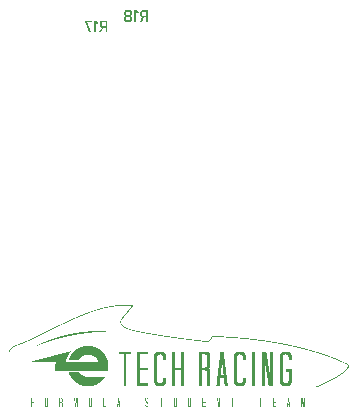
<source format=gbo>
G04*
G04 #@! TF.GenerationSoftware,Altium Limited,Altium Designer,24.3.1 (35)*
G04*
G04 Layer_Color=32896*
%FSLAX44Y44*%
%MOMM*%
G71*
G04*
G04 #@! TF.SameCoordinates,20FE00C5-B78C-4F66-917A-800DED35DAD6*
G04*
G04*
G04 #@! TF.FilePolarity,Positive*
G04*
G01*
G75*
G36*
X143333Y95197D02*
X146575D01*
Y95112D01*
X147344D01*
Y95027D01*
X148112D01*
Y94941D01*
X147344D01*
Y94856D01*
X145637D01*
Y94770D01*
X143930D01*
Y94685D01*
X142223D01*
Y94600D01*
X140687D01*
Y94515D01*
X139322D01*
Y94429D01*
X138041D01*
Y94344D01*
X136847D01*
Y94258D01*
X135823D01*
Y94173D01*
X134798D01*
Y94088D01*
X133860D01*
Y94003D01*
X132921D01*
Y93917D01*
X132068D01*
Y93832D01*
X131214D01*
Y93746D01*
X130446D01*
Y93661D01*
X129678D01*
Y93576D01*
X128995D01*
Y93490D01*
X128227D01*
Y93405D01*
X127545D01*
Y93320D01*
X126862D01*
Y93234D01*
X126179D01*
Y93149D01*
X125582D01*
Y93064D01*
X124984D01*
Y92978D01*
X124302D01*
Y92893D01*
X123790D01*
Y92808D01*
X123192D01*
Y92722D01*
X122595D01*
Y92637D01*
X122083D01*
Y92552D01*
X121485D01*
Y92466D01*
X120973D01*
Y92381D01*
X120461D01*
Y92296D01*
X119949D01*
Y92210D01*
X119437D01*
Y92125D01*
X118925D01*
Y92040D01*
X118413D01*
Y91954D01*
X117901D01*
Y91869D01*
X117474D01*
Y91784D01*
X116962D01*
Y91698D01*
X116536D01*
Y91613D01*
X116109D01*
Y91528D01*
X115597D01*
Y91442D01*
X115170D01*
Y91357D01*
X114743D01*
Y91272D01*
X114317D01*
Y91186D01*
X113890D01*
Y91101D01*
X113463D01*
Y91016D01*
X113037D01*
Y90930D01*
X112695D01*
Y90845D01*
X112269D01*
Y90759D01*
X111842D01*
Y90674D01*
X111415D01*
Y90589D01*
X111074D01*
Y90504D01*
X110647D01*
Y90418D01*
X110306D01*
Y90333D01*
X109879D01*
Y90247D01*
X109538D01*
Y90162D01*
X109196D01*
Y90077D01*
X108770D01*
Y89992D01*
X108428D01*
Y89906D01*
X108087D01*
Y89821D01*
X107746D01*
Y89735D01*
X107404D01*
Y89650D01*
X106978D01*
Y89565D01*
X106636D01*
Y89479D01*
X106295D01*
Y89394D01*
X105954D01*
Y89309D01*
X105612D01*
Y89223D01*
X105356D01*
Y89138D01*
X105015D01*
Y89053D01*
X104673D01*
Y88967D01*
X104332D01*
Y88882D01*
X103991D01*
Y88797D01*
X103649D01*
Y88711D01*
X103393D01*
Y88626D01*
X103052D01*
Y88541D01*
X102711D01*
Y88455D01*
X102455D01*
Y88370D01*
X102113D01*
Y88285D01*
X101772D01*
Y88199D01*
X101516D01*
Y88114D01*
X101174D01*
Y88029D01*
X100918D01*
Y87943D01*
X100577D01*
Y87858D01*
X100321D01*
Y87773D01*
X99980D01*
Y87687D01*
X99724D01*
Y87602D01*
X99468D01*
Y87517D01*
X99126D01*
Y87431D01*
X98870D01*
Y87346D01*
X98614D01*
Y87261D01*
X98273D01*
Y87175D01*
X98017D01*
Y87090D01*
X97761D01*
Y87005D01*
X97505D01*
Y86919D01*
X97163D01*
Y86834D01*
X96907D01*
Y86749D01*
X96651D01*
Y86663D01*
X96395D01*
Y86578D01*
X96139D01*
Y86493D01*
X95883D01*
Y86407D01*
X95627D01*
Y86322D01*
X95371D01*
Y86236D01*
X95115D01*
Y86151D01*
X94859D01*
Y86066D01*
X94603D01*
Y85980D01*
X94347D01*
Y85895D01*
X94091D01*
Y85810D01*
X93835D01*
Y85724D01*
X93579D01*
Y85639D01*
X93323D01*
Y85554D01*
X93067D01*
Y85468D01*
X92811D01*
Y85383D01*
X92555D01*
Y85298D01*
X92384D01*
Y85212D01*
X92128D01*
Y85127D01*
X91872D01*
Y85042D01*
X91616D01*
Y84956D01*
X91360D01*
Y84871D01*
X91190D01*
Y84786D01*
X90934D01*
Y84700D01*
X90677D01*
Y84615D01*
X90421D01*
Y84530D01*
X90251D01*
Y84444D01*
X89995D01*
Y84359D01*
X89739D01*
Y84274D01*
X89568D01*
Y84188D01*
X89312D01*
Y84103D01*
X89056D01*
Y84018D01*
X88885D01*
Y83932D01*
X88629D01*
Y83847D01*
X88459D01*
Y83762D01*
X88203D01*
Y83676D01*
X87947D01*
Y83591D01*
X87776D01*
Y83506D01*
X87520D01*
Y83420D01*
X87349D01*
Y83335D01*
X87093D01*
Y83250D01*
X86923D01*
Y83164D01*
X86667D01*
Y83079D01*
X86496D01*
Y82993D01*
X86240D01*
Y82908D01*
X86069D01*
Y82823D01*
X85813D01*
Y82738D01*
X85557D01*
Y82652D01*
X85386D01*
Y82567D01*
X85216D01*
Y82652D01*
X85130D01*
Y82738D01*
X85045D01*
Y82823D01*
X85130D01*
Y82908D01*
X85301D01*
Y82993D01*
X85472D01*
Y83079D01*
X85642D01*
Y83164D01*
X85813D01*
Y83250D01*
X85984D01*
Y83335D01*
X86154D01*
Y83420D01*
X86325D01*
Y83506D01*
X86496D01*
Y83591D01*
X86667D01*
Y83676D01*
X86837D01*
Y83762D01*
X87008D01*
Y83847D01*
X87179D01*
Y83932D01*
X87349D01*
Y84018D01*
X87520D01*
Y84103D01*
X87691D01*
Y84188D01*
X87861D01*
Y84274D01*
X88032D01*
Y84359D01*
X88203D01*
Y84444D01*
X88373D01*
Y84530D01*
X88544D01*
Y84615D01*
X88715D01*
Y84700D01*
X88971D01*
Y84786D01*
X89141D01*
Y84871D01*
X89312D01*
Y84956D01*
X89483D01*
Y85042D01*
X89739D01*
Y85127D01*
X89909D01*
Y85212D01*
X90080D01*
Y85298D01*
X90251D01*
Y85383D01*
X90507D01*
Y85468D01*
X90677D01*
Y85554D01*
X90848D01*
Y85639D01*
X91104D01*
Y85724D01*
X91275D01*
Y85810D01*
X91446D01*
Y85895D01*
X91702D01*
Y85980D01*
X91872D01*
Y86066D01*
X92128D01*
Y86151D01*
X92299D01*
Y86236D01*
X92555D01*
Y86322D01*
X92726D01*
Y86407D01*
X92982D01*
Y86493D01*
X93152D01*
Y86578D01*
X93408D01*
Y86663D01*
X93579D01*
Y86749D01*
X93835D01*
Y86834D01*
X94006D01*
Y86919D01*
X94262D01*
Y87005D01*
X94518D01*
Y87090D01*
X94689D01*
Y87175D01*
X94945D01*
Y87261D01*
X95115D01*
Y87346D01*
X95371D01*
Y87431D01*
X95627D01*
Y87517D01*
X95883D01*
Y87602D01*
X96054D01*
Y87687D01*
X96310D01*
Y87773D01*
X96566D01*
Y87858D01*
X96822D01*
Y87943D01*
X96993D01*
Y88029D01*
X97249D01*
Y88114D01*
X97505D01*
Y88199D01*
X97761D01*
Y88285D01*
X98017D01*
Y88370D01*
X98273D01*
Y88455D01*
X98529D01*
Y88541D01*
X98785D01*
Y88626D01*
X99041D01*
Y88711D01*
X99297D01*
Y88797D01*
X99553D01*
Y88882D01*
X99809D01*
Y88967D01*
X100065D01*
Y89053D01*
X100321D01*
Y89138D01*
X100577D01*
Y89223D01*
X100833D01*
Y89309D01*
X101089D01*
Y89394D01*
X101345D01*
Y89479D01*
X101686D01*
Y89565D01*
X101943D01*
Y89650D01*
X102198D01*
Y89735D01*
X102455D01*
Y89821D01*
X102796D01*
Y89906D01*
X103052D01*
Y89992D01*
X103308D01*
Y90077D01*
X103649D01*
Y90162D01*
X103905D01*
Y90247D01*
X104247D01*
Y90333D01*
X104503D01*
Y90418D01*
X104844D01*
Y90504D01*
X105100D01*
Y90589D01*
X105441D01*
Y90674D01*
X105783D01*
Y90759D01*
X106039D01*
Y90845D01*
X106380D01*
Y90930D01*
X106721D01*
Y91016D01*
X106978D01*
Y91101D01*
X107319D01*
Y91186D01*
X107660D01*
Y91272D01*
X108002D01*
Y91357D01*
X108343D01*
Y91442D01*
X108684D01*
Y91528D01*
X109026D01*
Y91613D01*
X109367D01*
Y91698D01*
X109794D01*
Y91784D01*
X110135D01*
Y91869D01*
X110477D01*
Y91954D01*
X110818D01*
Y92040D01*
X111245D01*
Y92125D01*
X111586D01*
Y92210D01*
X112013D01*
Y92296D01*
X112439D01*
Y92381D01*
X112781D01*
Y92466D01*
X113207D01*
Y92552D01*
X113634D01*
Y92637D01*
X114061D01*
Y92722D01*
X114487D01*
Y92808D01*
X114914D01*
Y92893D01*
X115341D01*
Y92978D01*
X115853D01*
Y93064D01*
X116280D01*
Y93149D01*
X116792D01*
Y93234D01*
X117218D01*
Y93320D01*
X117730D01*
Y93405D01*
X118243D01*
Y93490D01*
X118755D01*
Y93576D01*
X119267D01*
Y93661D01*
X119864D01*
Y93746D01*
X120376D01*
Y93832D01*
X120973D01*
Y93917D01*
X121571D01*
Y94003D01*
X122168D01*
Y94088D01*
X122851D01*
Y94173D01*
X123534D01*
Y94258D01*
X124216D01*
Y94344D01*
X124984D01*
Y94429D01*
X125752D01*
Y94515D01*
X126521D01*
Y94600D01*
X127374D01*
Y94685D01*
X128313D01*
Y94770D01*
X129337D01*
Y94856D01*
X130361D01*
Y94941D01*
X131641D01*
Y95027D01*
X133006D01*
Y95112D01*
X134713D01*
Y95197D01*
X137103D01*
Y95283D01*
X143333D01*
Y95197D01*
D02*
G37*
G36*
X297799Y77702D02*
X298140D01*
Y77617D01*
X298396D01*
Y77532D01*
X298567D01*
Y77446D01*
X298738D01*
Y77361D01*
X298908D01*
Y77276D01*
X299079D01*
Y77190D01*
X299164D01*
Y77105D01*
X299335D01*
Y77020D01*
X299420D01*
Y76934D01*
X299506D01*
Y76849D01*
X299591D01*
Y76764D01*
X299676D01*
Y76678D01*
X299762D01*
Y76593D01*
X299847D01*
Y76508D01*
X299932D01*
Y76422D01*
X300018D01*
Y76252D01*
X300103D01*
Y76166D01*
X300188D01*
Y76081D01*
X300274D01*
Y75910D01*
X300359D01*
Y75740D01*
X300444D01*
Y75569D01*
X300530D01*
Y75313D01*
X300615D01*
Y74972D01*
X300700D01*
Y74460D01*
X300786D01*
Y70448D01*
X300700D01*
Y70363D01*
X298311D01*
Y73094D01*
X298225D01*
Y73521D01*
X298140D01*
Y73777D01*
X298055D01*
Y73948D01*
X297969D01*
Y74118D01*
X297884D01*
Y74289D01*
X297799D01*
Y74374D01*
X297713D01*
Y74460D01*
X297628D01*
Y74630D01*
X297543D01*
Y74715D01*
X297372D01*
Y74801D01*
X297287D01*
Y74886D01*
X297201D01*
Y74972D01*
X297031D01*
Y75057D01*
X296860D01*
Y75142D01*
X296689D01*
Y75228D01*
X296348D01*
Y75313D01*
X295324D01*
Y75228D01*
X295068D01*
Y75142D01*
X294812D01*
Y75057D01*
X294641D01*
Y74972D01*
X294556D01*
Y74886D01*
X294385D01*
Y74801D01*
X294300D01*
Y74715D01*
X294129D01*
Y74630D01*
X294044D01*
Y74460D01*
X293958D01*
Y74374D01*
X293873D01*
Y74289D01*
X293788D01*
Y74118D01*
X293702D01*
Y73948D01*
X293617D01*
Y73777D01*
X293532D01*
Y73606D01*
X293446D01*
Y73179D01*
X293361D01*
Y52868D01*
X293446D01*
Y52442D01*
X293532D01*
Y52271D01*
X293617D01*
Y52100D01*
X293702D01*
Y51930D01*
X293788D01*
Y51759D01*
X293873D01*
Y51674D01*
X293958D01*
Y51588D01*
X294044D01*
Y51418D01*
X294129D01*
Y51332D01*
X294300D01*
Y51247D01*
X294385D01*
Y51162D01*
X294556D01*
Y51076D01*
X294641D01*
Y50991D01*
X294812D01*
Y50906D01*
X295068D01*
Y50820D01*
X295324D01*
Y50735D01*
X296348D01*
Y50820D01*
X296689D01*
Y50906D01*
X296860D01*
Y50991D01*
X297031D01*
Y51076D01*
X297201D01*
Y51162D01*
X297287D01*
Y51247D01*
X297372D01*
Y51332D01*
X297543D01*
Y51418D01*
X297628D01*
Y51588D01*
X297713D01*
Y51674D01*
X297799D01*
Y51759D01*
X297884D01*
Y51930D01*
X297969D01*
Y52100D01*
X298055D01*
Y52271D01*
X298140D01*
Y52527D01*
X298225D01*
Y52954D01*
X298311D01*
Y60549D01*
X295836D01*
Y63024D01*
X300786D01*
Y51503D01*
X300700D01*
Y50991D01*
X300615D01*
Y50735D01*
X300530D01*
Y50479D01*
X300444D01*
Y50308D01*
X300359D01*
Y50138D01*
X300274D01*
Y49967D01*
X300188D01*
Y49882D01*
X300103D01*
Y49796D01*
X300018D01*
Y49626D01*
X299932D01*
Y49540D01*
X299847D01*
Y49455D01*
X299762D01*
Y49369D01*
X299676D01*
Y49284D01*
X299591D01*
Y49199D01*
X299506D01*
Y49113D01*
X299420D01*
Y49028D01*
X299335D01*
Y48943D01*
X299164D01*
Y48857D01*
X299079D01*
Y48772D01*
X298908D01*
Y48687D01*
X298738D01*
Y48601D01*
X298567D01*
Y48516D01*
X298396D01*
Y48431D01*
X298140D01*
Y48345D01*
X297799D01*
Y48260D01*
X293958D01*
Y48345D01*
X293532D01*
Y48431D01*
X293276D01*
Y48516D01*
X293105D01*
Y48601D01*
X292934D01*
Y48687D01*
X292764D01*
Y48772D01*
X292678D01*
Y48857D01*
X292508D01*
Y48943D01*
X292422D01*
Y49028D01*
X292337D01*
Y49113D01*
X292166D01*
Y49199D01*
X292081D01*
Y49284D01*
X291996D01*
Y49369D01*
X291910D01*
Y49455D01*
X291825D01*
Y49626D01*
X291740D01*
Y49711D01*
X291654D01*
Y49796D01*
X291569D01*
Y49882D01*
X291483D01*
Y50052D01*
X291398D01*
Y50223D01*
X291313D01*
Y50308D01*
X291227D01*
Y50564D01*
X291142D01*
Y50735D01*
X291057D01*
Y50991D01*
X290972D01*
Y51503D01*
X290886D01*
Y74545D01*
X290972D01*
Y74972D01*
X291057D01*
Y75313D01*
X291142D01*
Y75484D01*
X291227D01*
Y75740D01*
X291313D01*
Y75825D01*
X291398D01*
Y75996D01*
X291483D01*
Y76166D01*
X291569D01*
Y76252D01*
X291654D01*
Y76337D01*
X291740D01*
Y76422D01*
X291825D01*
Y76593D01*
X291910D01*
Y76678D01*
X291996D01*
Y76764D01*
X292081D01*
Y76849D01*
X292166D01*
Y76934D01*
X292337D01*
Y77020D01*
X292422D01*
Y77105D01*
X292508D01*
Y77190D01*
X292678D01*
Y77276D01*
X292764D01*
Y77361D01*
X292934D01*
Y77446D01*
X293105D01*
Y77532D01*
X293276D01*
Y77617D01*
X293532D01*
Y77702D01*
X293958D01*
Y77788D01*
X297799D01*
Y77702D01*
D02*
G37*
G36*
X258969D02*
X259310D01*
Y77617D01*
X259566D01*
Y77532D01*
X259737D01*
Y77446D01*
X259908D01*
Y77361D01*
X260078D01*
Y77276D01*
X260249D01*
Y77190D01*
X260334D01*
Y77105D01*
X260505D01*
Y77020D01*
X260590D01*
Y76934D01*
X260676D01*
Y76849D01*
X260761D01*
Y76764D01*
X260846D01*
Y76678D01*
X260932D01*
Y76593D01*
X261017D01*
Y76508D01*
X261102D01*
Y76422D01*
X261188D01*
Y76252D01*
X261273D01*
Y76166D01*
X261358D01*
Y76081D01*
X261444D01*
Y75910D01*
X261529D01*
Y75740D01*
X261614D01*
Y75569D01*
X261700D01*
Y75313D01*
X261785D01*
Y74972D01*
X261870D01*
Y74460D01*
X261956D01*
Y70448D01*
X261870D01*
Y70363D01*
X259481D01*
Y73094D01*
X259396D01*
Y73521D01*
X259310D01*
Y73777D01*
X259225D01*
Y73948D01*
X259139D01*
Y74118D01*
X259054D01*
Y74289D01*
X258969D01*
Y74374D01*
X258883D01*
Y74460D01*
X258798D01*
Y74630D01*
X258713D01*
Y74715D01*
X258542D01*
Y74801D01*
X258457D01*
Y74886D01*
X258371D01*
Y74972D01*
X258201D01*
Y75057D01*
X258030D01*
Y75142D01*
X257859D01*
Y75228D01*
X257518D01*
Y75313D01*
X256494D01*
Y75228D01*
X256238D01*
Y75142D01*
X255982D01*
Y75057D01*
X255811D01*
Y74972D01*
X255726D01*
Y74886D01*
X255555D01*
Y74801D01*
X255470D01*
Y74715D01*
X255299D01*
Y74630D01*
X255214D01*
Y74460D01*
X255128D01*
Y74374D01*
X255043D01*
Y74289D01*
X254958D01*
Y74118D01*
X254872D01*
Y73948D01*
X254787D01*
Y73777D01*
X254702D01*
Y73606D01*
X254617D01*
Y73179D01*
X254531D01*
Y52868D01*
X254617D01*
Y52442D01*
X254702D01*
Y52271D01*
X254787D01*
Y52100D01*
X254872D01*
Y51930D01*
X254958D01*
Y51759D01*
X255043D01*
Y51674D01*
X255128D01*
Y51588D01*
X255214D01*
Y51418D01*
X255299D01*
Y51332D01*
X255470D01*
Y51247D01*
X255555D01*
Y51162D01*
X255726D01*
Y51076D01*
X255811D01*
Y50991D01*
X255982D01*
Y50906D01*
X256238D01*
Y50820D01*
X256494D01*
Y50735D01*
X257518D01*
Y50820D01*
X257859D01*
Y50906D01*
X258030D01*
Y50991D01*
X258201D01*
Y51076D01*
X258371D01*
Y51162D01*
X258457D01*
Y51247D01*
X258542D01*
Y51332D01*
X258713D01*
Y51418D01*
X258798D01*
Y51588D01*
X258883D01*
Y51674D01*
X258969D01*
Y51759D01*
X259054D01*
Y51930D01*
X259139D01*
Y52100D01*
X259225D01*
Y52271D01*
X259310D01*
Y52527D01*
X259396D01*
Y52954D01*
X259481D01*
Y55685D01*
X261870D01*
Y55599D01*
X261956D01*
Y51503D01*
X261870D01*
Y50991D01*
X261785D01*
Y50735D01*
X261700D01*
Y50479D01*
X261614D01*
Y50308D01*
X261529D01*
Y50138D01*
X261444D01*
Y49967D01*
X261358D01*
Y49882D01*
X261273D01*
Y49796D01*
X261188D01*
Y49626D01*
X261102D01*
Y49540D01*
X261017D01*
Y49455D01*
X260932D01*
Y49369D01*
X260846D01*
Y49284D01*
X260761D01*
Y49199D01*
X260676D01*
Y49113D01*
X260590D01*
Y49028D01*
X260505D01*
Y48943D01*
X260334D01*
Y48857D01*
X260249D01*
Y48772D01*
X260078D01*
Y48687D01*
X259908D01*
Y48601D01*
X259737D01*
Y48516D01*
X259566D01*
Y48431D01*
X259310D01*
Y48345D01*
X258969D01*
Y48260D01*
X255128D01*
Y48345D01*
X254702D01*
Y48431D01*
X254446D01*
Y48516D01*
X254275D01*
Y48601D01*
X254104D01*
Y48687D01*
X253934D01*
Y48772D01*
X253848D01*
Y48857D01*
X253678D01*
Y48943D01*
X253592D01*
Y49028D01*
X253507D01*
Y49113D01*
X253336D01*
Y49199D01*
X253251D01*
Y49284D01*
X253166D01*
Y49369D01*
X253080D01*
Y49455D01*
X252995D01*
Y49626D01*
X252910D01*
Y49711D01*
X252824D01*
Y49796D01*
X252739D01*
Y49882D01*
X252654D01*
Y50052D01*
X252568D01*
Y50223D01*
X252483D01*
Y50308D01*
X252398D01*
Y50564D01*
X252312D01*
Y50735D01*
X252227D01*
Y50991D01*
X252142D01*
Y51503D01*
X252056D01*
Y67206D01*
Y67291D01*
Y74545D01*
X252142D01*
Y74972D01*
X252227D01*
Y75313D01*
X252312D01*
Y75484D01*
X252398D01*
Y75740D01*
X252483D01*
Y75825D01*
X252568D01*
Y75996D01*
X252654D01*
Y76166D01*
X252739D01*
Y76252D01*
X252824D01*
Y76337D01*
X252910D01*
Y76422D01*
X252995D01*
Y76593D01*
X253080D01*
Y76678D01*
X253166D01*
Y76764D01*
X253251D01*
Y76849D01*
X253336D01*
Y76934D01*
X253507D01*
Y77020D01*
X253592D01*
Y77105D01*
X253678D01*
Y77190D01*
X253848D01*
Y77276D01*
X253934D01*
Y77361D01*
X254104D01*
Y77446D01*
X254275D01*
Y77532D01*
X254446D01*
Y77617D01*
X254702D01*
Y77702D01*
X255128D01*
Y77788D01*
X258969D01*
Y77702D01*
D02*
G37*
G36*
X191465D02*
X191806D01*
Y77617D01*
X192062D01*
Y77532D01*
X192233D01*
Y77446D01*
X192403D01*
Y77361D01*
X192574D01*
Y77276D01*
X192745D01*
Y77190D01*
X192830D01*
Y77105D01*
X193001D01*
Y77020D01*
X193086D01*
Y76934D01*
X193171D01*
Y76849D01*
X193257D01*
Y76764D01*
X193342D01*
Y76678D01*
X193427D01*
Y76593D01*
X193513D01*
Y76508D01*
X193598D01*
Y76422D01*
X193683D01*
Y76252D01*
X193769D01*
Y76166D01*
X193854D01*
Y76081D01*
X193939D01*
Y75910D01*
X194025D01*
Y75740D01*
X194110D01*
Y75569D01*
X194195D01*
Y75313D01*
X194281D01*
Y74972D01*
X194366D01*
Y74460D01*
X194452D01*
Y70448D01*
X194366D01*
Y70363D01*
X191977D01*
Y73094D01*
X191891D01*
Y73521D01*
X191806D01*
Y73777D01*
X191721D01*
Y73948D01*
X191635D01*
Y74118D01*
X191550D01*
Y74289D01*
X191465D01*
Y74374D01*
X191379D01*
Y74460D01*
X191294D01*
Y74630D01*
X191208D01*
Y74715D01*
X191038D01*
Y74801D01*
X190952D01*
Y74886D01*
X190867D01*
Y74972D01*
X190697D01*
Y75057D01*
X190526D01*
Y75142D01*
X190355D01*
Y75228D01*
X190014D01*
Y75313D01*
X188990D01*
Y75228D01*
X188734D01*
Y75142D01*
X188478D01*
Y75057D01*
X188307D01*
Y74972D01*
X188222D01*
Y74886D01*
X188051D01*
Y74801D01*
X187966D01*
Y74715D01*
X187795D01*
Y74630D01*
X187710D01*
Y74460D01*
X187624D01*
Y74374D01*
X187539D01*
Y74289D01*
X187453D01*
Y74118D01*
X187368D01*
Y73948D01*
X187283D01*
Y73777D01*
X187197D01*
Y73606D01*
X187112D01*
Y73179D01*
X187027D01*
Y52868D01*
X187112D01*
Y52442D01*
X187197D01*
Y52271D01*
X187283D01*
Y52100D01*
X187368D01*
Y51930D01*
X187453D01*
Y51759D01*
X187539D01*
Y51674D01*
X187624D01*
Y51588D01*
X187710D01*
Y51418D01*
X187795D01*
Y51332D01*
X187966D01*
Y51247D01*
X188051D01*
Y51162D01*
X188222D01*
Y51076D01*
X188307D01*
Y50991D01*
X188478D01*
Y50906D01*
X188734D01*
Y50820D01*
X188990D01*
Y50735D01*
X190014D01*
Y50820D01*
X190355D01*
Y50906D01*
X190526D01*
Y50991D01*
X190697D01*
Y51076D01*
X190867D01*
Y51162D01*
X190952D01*
Y51247D01*
X191038D01*
Y51332D01*
X191208D01*
Y51418D01*
X191294D01*
Y51588D01*
X191379D01*
Y51674D01*
X191465D01*
Y51759D01*
X191550D01*
Y51930D01*
X191635D01*
Y52100D01*
X191721D01*
Y52271D01*
X191806D01*
Y52527D01*
X191891D01*
Y52954D01*
X191977D01*
Y55685D01*
X194366D01*
Y55599D01*
X194452D01*
Y51503D01*
X194366D01*
Y50991D01*
X194281D01*
Y50735D01*
X194195D01*
Y50479D01*
X194110D01*
Y50308D01*
X194025D01*
Y50138D01*
X193939D01*
Y49967D01*
X193854D01*
Y49882D01*
X193769D01*
Y49796D01*
X193683D01*
Y49626D01*
X193598D01*
Y49540D01*
X193513D01*
Y49455D01*
X193427D01*
Y49369D01*
X193342D01*
Y49284D01*
X193257D01*
Y49199D01*
X193171D01*
Y49113D01*
X193086D01*
Y49028D01*
X193001D01*
Y48943D01*
X192830D01*
Y48857D01*
X192745D01*
Y48772D01*
X192574D01*
Y48687D01*
X192403D01*
Y48601D01*
X192233D01*
Y48516D01*
X192062D01*
Y48431D01*
X191806D01*
Y48345D01*
X191465D01*
Y48260D01*
X187624D01*
Y48345D01*
X187197D01*
Y48431D01*
X186942D01*
Y48516D01*
X186771D01*
Y48601D01*
X186600D01*
Y48687D01*
X186430D01*
Y48772D01*
X186344D01*
Y48857D01*
X186173D01*
Y48943D01*
X186088D01*
Y49028D01*
X186003D01*
Y49113D01*
X185832D01*
Y49199D01*
X185747D01*
Y49284D01*
X185661D01*
Y49369D01*
X185576D01*
Y49455D01*
X185491D01*
Y49626D01*
X185405D01*
Y49711D01*
X185320D01*
Y49796D01*
X185235D01*
Y49882D01*
X185149D01*
Y50052D01*
X185064D01*
Y50223D01*
X184979D01*
Y50308D01*
X184893D01*
Y50564D01*
X184808D01*
Y50735D01*
X184723D01*
Y50991D01*
X184637D01*
Y51503D01*
X184552D01*
Y74545D01*
X184637D01*
Y74972D01*
X184723D01*
Y75313D01*
X184808D01*
Y75484D01*
X184893D01*
Y75740D01*
X184979D01*
Y75825D01*
X185064D01*
Y75996D01*
X185149D01*
Y76166D01*
X185235D01*
Y76252D01*
X185320D01*
Y76337D01*
X185405D01*
Y76422D01*
X185491D01*
Y76593D01*
X185576D01*
Y76678D01*
X185661D01*
Y76764D01*
X185747D01*
Y76849D01*
X185832D01*
Y76934D01*
X186003D01*
Y77020D01*
X186088D01*
Y77105D01*
X186173D01*
Y77190D01*
X186344D01*
Y77276D01*
X186430D01*
Y77361D01*
X186600D01*
Y77446D01*
X186771D01*
Y77532D01*
X186942D01*
Y77617D01*
X187197D01*
Y77702D01*
X187624D01*
Y77788D01*
X191465D01*
Y77702D01*
D02*
G37*
G36*
X129763Y82567D02*
X130617D01*
Y82481D01*
X131214D01*
Y82396D01*
X131726D01*
Y82311D01*
X132153D01*
Y82226D01*
X132494D01*
Y82140D01*
X132836D01*
Y82055D01*
X133092D01*
Y81969D01*
X133433D01*
Y81884D01*
X133689D01*
Y81799D01*
X133945D01*
Y81713D01*
X134201D01*
Y81628D01*
X134372D01*
Y81543D01*
X134628D01*
Y81457D01*
X134798D01*
Y81372D01*
X135055D01*
Y81287D01*
X135225D01*
Y81201D01*
X135396D01*
Y81116D01*
X135567D01*
Y81031D01*
X135737D01*
Y80945D01*
X135908D01*
Y80860D01*
X136079D01*
Y80775D01*
X136249D01*
Y80689D01*
X136420D01*
Y80604D01*
X136591D01*
Y80519D01*
X136761D01*
Y80433D01*
X136847D01*
Y80348D01*
X137017D01*
Y80263D01*
X137188D01*
Y80177D01*
X137273D01*
Y80092D01*
X137444D01*
Y80007D01*
X137615D01*
Y79921D01*
X137700D01*
Y79836D01*
X137871D01*
Y79751D01*
X137956D01*
Y79665D01*
X138127D01*
Y79580D01*
X138212D01*
Y79495D01*
X138298D01*
Y79409D01*
X138468D01*
Y79324D01*
X138553D01*
Y79239D01*
X138724D01*
Y79153D01*
X138809D01*
Y79068D01*
X138895D01*
Y78983D01*
X139066D01*
Y78897D01*
X139151D01*
Y78812D01*
X139236D01*
Y78727D01*
X139322D01*
Y78641D01*
X139492D01*
Y78556D01*
X139578D01*
Y78471D01*
X139663D01*
Y78385D01*
X139748D01*
Y78300D01*
X139834D01*
Y78215D01*
X139919D01*
Y78129D01*
X140004D01*
Y78044D01*
X140175D01*
Y77958D01*
X140260D01*
Y77873D01*
X140346D01*
Y77788D01*
X140431D01*
Y77702D01*
X140516D01*
Y77617D01*
X140602D01*
Y77532D01*
X140687D01*
Y77446D01*
X140772D01*
Y77361D01*
X140858D01*
Y77276D01*
X140943D01*
Y77190D01*
X141028D01*
Y77020D01*
X141114D01*
Y76934D01*
X141199D01*
Y76849D01*
X141284D01*
Y76764D01*
X141370D01*
Y76678D01*
X141455D01*
Y76593D01*
X141540D01*
Y76508D01*
X141626D01*
Y76337D01*
X141711D01*
Y76252D01*
X141796D01*
Y76166D01*
X141882D01*
Y76081D01*
X141967D01*
Y75910D01*
X142052D01*
Y75825D01*
X142138D01*
Y75740D01*
X142223D01*
Y75569D01*
X142309D01*
Y75484D01*
X142394D01*
Y75313D01*
X142479D01*
Y75228D01*
X142564D01*
Y75057D01*
X142650D01*
Y74972D01*
X142735D01*
Y74801D01*
X142821D01*
Y74715D01*
X142906D01*
Y74545D01*
X142991D01*
Y74460D01*
X143076D01*
Y74289D01*
X143162D01*
Y74118D01*
X143247D01*
Y74033D01*
X143333D01*
Y73862D01*
X143418D01*
Y73691D01*
X143503D01*
Y73521D01*
X143589D01*
Y73350D01*
X143674D01*
Y73265D01*
X143759D01*
Y73094D01*
X143845D01*
Y72923D01*
X143930D01*
Y72753D01*
X144015D01*
Y72582D01*
X144101D01*
Y72411D01*
X144186D01*
Y72241D01*
X144271D01*
Y71985D01*
X144357D01*
Y71814D01*
X144442D01*
Y71643D01*
X144527D01*
Y71387D01*
X144613D01*
Y71131D01*
X144698D01*
Y70960D01*
X144783D01*
Y70704D01*
X144869D01*
Y70448D01*
X144954D01*
Y70107D01*
X145039D01*
Y69851D01*
X145125D01*
Y69510D01*
X145210D01*
Y69083D01*
X145295D01*
Y68742D01*
X145381D01*
Y68230D01*
X145466D01*
Y67632D01*
X145551D01*
Y66779D01*
X145637D01*
Y63621D01*
X145551D01*
Y62939D01*
X145466D01*
Y62512D01*
X145381D01*
Y62000D01*
X145295D01*
Y61744D01*
X145210D01*
Y61658D01*
X144613D01*
Y61573D01*
X100492D01*
Y61658D01*
X100321D01*
Y61744D01*
X100236D01*
Y61915D01*
X100150D01*
Y62256D01*
X100236D01*
Y63280D01*
X100321D01*
Y64048D01*
X100406D01*
Y64731D01*
X100492D01*
Y65328D01*
X100577D01*
Y65840D01*
X100662D01*
Y66352D01*
X100748D01*
Y66779D01*
X100833D01*
Y67206D01*
X100918D01*
Y67547D01*
X101004D01*
Y67888D01*
X101089D01*
Y68400D01*
X101174D01*
Y68571D01*
X78133D01*
Y68742D01*
X78303D01*
Y68827D01*
X78644D01*
Y68912D01*
X78986D01*
Y68998D01*
X79242D01*
Y69083D01*
X79583D01*
Y69168D01*
X79925D01*
Y69254D01*
X80266D01*
Y69339D01*
X80607D01*
Y69424D01*
X80949D01*
Y69510D01*
X81290D01*
Y69595D01*
X81631D01*
Y69680D01*
X81888D01*
Y69766D01*
X82229D01*
Y69851D01*
X82570D01*
Y69936D01*
X82912D01*
Y70022D01*
X83253D01*
Y70107D01*
X83594D01*
Y70192D01*
X83936D01*
Y70278D01*
X84192D01*
Y70363D01*
X84533D01*
Y70448D01*
X84874D01*
Y70534D01*
X85216D01*
Y70619D01*
X85557D01*
Y70704D01*
X85899D01*
Y70790D01*
X86240D01*
Y70875D01*
X86496D01*
Y70960D01*
X86837D01*
Y71046D01*
X87179D01*
Y71131D01*
X87520D01*
Y71217D01*
X87861D01*
Y71302D01*
X88203D01*
Y71387D01*
X88544D01*
Y71473D01*
X88885D01*
Y71558D01*
X89141D01*
Y71643D01*
X89483D01*
Y71729D01*
X89824D01*
Y71814D01*
X90166D01*
Y71899D01*
X90507D01*
Y71985D01*
X90848D01*
Y72070D01*
X91190D01*
Y72155D01*
X91446D01*
Y72241D01*
X91787D01*
Y72326D01*
X92128D01*
Y72411D01*
X92470D01*
Y72497D01*
X92811D01*
Y72582D01*
X93152D01*
Y72667D01*
X93494D01*
Y72753D01*
X93835D01*
Y72838D01*
X94091D01*
Y72923D01*
X94432D01*
Y73009D01*
X94774D01*
Y73094D01*
X95115D01*
Y73179D01*
X95457D01*
Y73265D01*
X95798D01*
Y73350D01*
X96139D01*
Y73435D01*
X96395D01*
Y73521D01*
X96737D01*
Y73606D01*
X97078D01*
Y73691D01*
X97419D01*
Y73777D01*
X97761D01*
Y73862D01*
X98102D01*
Y73948D01*
X98443D01*
Y74033D01*
X98785D01*
Y74118D01*
X99041D01*
Y74204D01*
X99382D01*
Y74289D01*
X99724D01*
Y74374D01*
X100065D01*
Y74460D01*
X100406D01*
Y74545D01*
X100748D01*
Y74630D01*
X101089D01*
Y74715D01*
X101345D01*
Y74801D01*
X101686D01*
Y74886D01*
X102028D01*
Y74972D01*
X102369D01*
Y75057D01*
X102711D01*
Y75142D01*
X103052D01*
Y75228D01*
X103393D01*
Y75313D01*
X103649D01*
Y75398D01*
X103991D01*
Y75484D01*
X104332D01*
Y75569D01*
X104673D01*
Y75654D01*
X105015D01*
Y75740D01*
X105356D01*
Y75825D01*
X105697D01*
Y75910D01*
X106039D01*
Y75996D01*
X106295D01*
Y76081D01*
X106636D01*
Y76166D01*
X106978D01*
Y76252D01*
X107319D01*
Y76337D01*
X107660D01*
Y76422D01*
X108002D01*
Y76508D01*
X108343D01*
Y76593D01*
X108599D01*
Y76678D01*
X108940D01*
Y76764D01*
X109282D01*
Y76849D01*
X109623D01*
Y76934D01*
X109965D01*
Y77020D01*
X110306D01*
Y77105D01*
X110647D01*
Y77190D01*
X110989D01*
Y77276D01*
X111245D01*
Y77361D01*
X111586D01*
Y77446D01*
X111927D01*
Y77532D01*
X112269D01*
Y77617D01*
X112610D01*
Y77702D01*
X112951D01*
Y77788D01*
X113293D01*
Y77873D01*
X113549D01*
Y77958D01*
X113805D01*
Y77788D01*
X113720D01*
Y77702D01*
X113634D01*
Y77532D01*
X113549D01*
Y77361D01*
X113463D01*
Y77276D01*
X113378D01*
Y77105D01*
X113293D01*
Y76934D01*
X113207D01*
Y76849D01*
X113122D01*
Y76678D01*
X113037D01*
Y76593D01*
X112951D01*
Y76422D01*
X112866D01*
Y76252D01*
X112781D01*
Y76166D01*
X112695D01*
Y75996D01*
X112610D01*
Y75825D01*
X112525D01*
Y75740D01*
X112439D01*
Y75569D01*
X112354D01*
Y75398D01*
X112269D01*
Y75313D01*
X112183D01*
Y75142D01*
X112098D01*
Y74972D01*
X112013D01*
Y74886D01*
X111927D01*
Y74715D01*
X111842D01*
Y74545D01*
X111757D01*
Y74460D01*
X111671D01*
Y74289D01*
X111586D01*
Y74118D01*
X111501D01*
Y73948D01*
X111415D01*
Y73862D01*
X111330D01*
Y73691D01*
X111245D01*
Y73521D01*
X111159D01*
Y73350D01*
X111074D01*
Y73179D01*
X110989D01*
Y73009D01*
X110903D01*
Y72838D01*
X110818D01*
Y72582D01*
X110732D01*
Y72411D01*
X110647D01*
Y72241D01*
X110562D01*
Y71985D01*
X110477D01*
Y71729D01*
X110391D01*
Y71473D01*
X110306D01*
Y71217D01*
X110220D01*
Y70960D01*
X110135D01*
Y70619D01*
X110050D01*
Y70363D01*
X109965D01*
Y69936D01*
X109879D01*
Y69595D01*
X109794D01*
Y69168D01*
X109708D01*
Y68827D01*
X137359D01*
Y69083D01*
X137273D01*
Y69254D01*
X137188D01*
Y69510D01*
X137103D01*
Y69680D01*
X137017D01*
Y69851D01*
X136932D01*
Y70022D01*
X136847D01*
Y70192D01*
X136761D01*
Y70363D01*
X136676D01*
Y70448D01*
X136591D01*
Y70619D01*
X136505D01*
Y70790D01*
X136420D01*
Y70875D01*
X136335D01*
Y71046D01*
X136249D01*
Y71131D01*
X136164D01*
Y71302D01*
X136079D01*
Y71387D01*
X135993D01*
Y71473D01*
X135908D01*
Y71643D01*
X135823D01*
Y71729D01*
X135737D01*
Y71814D01*
X135652D01*
Y71899D01*
X135567D01*
Y71985D01*
X135481D01*
Y72155D01*
X135396D01*
Y72241D01*
X135311D01*
Y72326D01*
X135225D01*
Y72411D01*
X135140D01*
Y72497D01*
X135055D01*
Y72582D01*
X134969D01*
Y72667D01*
X134884D01*
Y72753D01*
X134713D01*
Y72838D01*
X134628D01*
Y72923D01*
X134543D01*
Y73009D01*
X134457D01*
Y73094D01*
X134372D01*
Y73179D01*
X134201D01*
Y73265D01*
X134116D01*
Y73350D01*
X134031D01*
Y73435D01*
X133860D01*
Y73521D01*
X133774D01*
Y73606D01*
X133604D01*
Y73691D01*
X133433D01*
Y73777D01*
X133348D01*
Y73862D01*
X133177D01*
Y73948D01*
X133006D01*
Y74033D01*
X132836D01*
Y74118D01*
X132665D01*
Y74204D01*
X132494D01*
Y74289D01*
X132324D01*
Y74374D01*
X132068D01*
Y74460D01*
X131897D01*
Y74545D01*
X131641D01*
Y74630D01*
X131385D01*
Y74715D01*
X131044D01*
Y74801D01*
X130787D01*
Y74886D01*
X130361D01*
Y74972D01*
X129934D01*
Y75057D01*
X129251D01*
Y75142D01*
X127715D01*
Y75057D01*
X127033D01*
Y74972D01*
X126521D01*
Y74886D01*
X126179D01*
Y74801D01*
X125838D01*
Y74715D01*
X125582D01*
Y74630D01*
X125326D01*
Y74545D01*
X125070D01*
Y74460D01*
X124899D01*
Y74374D01*
X124728D01*
Y74289D01*
X124558D01*
Y74204D01*
X124302D01*
Y74118D01*
X124216D01*
Y74033D01*
X124046D01*
Y73948D01*
X123875D01*
Y73862D01*
X123704D01*
Y73777D01*
X123534D01*
Y73691D01*
X123448D01*
Y73606D01*
X123278D01*
Y73521D01*
X123192D01*
Y73435D01*
X123021D01*
Y73350D01*
X122936D01*
Y73265D01*
X122851D01*
Y73179D01*
X122680D01*
Y73094D01*
X122595D01*
Y73009D01*
X122509D01*
Y72923D01*
X122424D01*
Y72838D01*
X122254D01*
Y72753D01*
X122168D01*
Y72667D01*
X122083D01*
Y72582D01*
X121997D01*
Y72497D01*
X121912D01*
Y72411D01*
X121827D01*
Y72326D01*
X121741D01*
Y72241D01*
X121656D01*
Y72155D01*
X121571D01*
Y72070D01*
X121485D01*
Y71985D01*
X121400D01*
Y71899D01*
X121315D01*
Y71729D01*
X121229D01*
Y71643D01*
X121144D01*
Y71558D01*
X121059D01*
Y71473D01*
X120973D01*
Y71302D01*
X120888D01*
Y71217D01*
X120803D01*
Y71131D01*
X120717D01*
Y70960D01*
X120632D01*
Y70875D01*
X120547D01*
Y70704D01*
X120461D01*
Y70619D01*
X120376D01*
Y70448D01*
X120205D01*
Y70363D01*
X120035D01*
Y70278D01*
X112013D01*
Y70363D01*
X111927D01*
Y70448D01*
X112013D01*
Y70790D01*
X112098D01*
Y71046D01*
X112183D01*
Y71302D01*
X112269D01*
Y71473D01*
X112354D01*
Y71729D01*
X112439D01*
Y71985D01*
X112525D01*
Y72155D01*
X112610D01*
Y72326D01*
X112695D01*
Y72582D01*
X112781D01*
Y72753D01*
X112866D01*
Y72923D01*
X112951D01*
Y73094D01*
X113037D01*
Y73265D01*
X113122D01*
Y73435D01*
X113207D01*
Y73606D01*
X113293D01*
Y73691D01*
X113378D01*
Y73862D01*
X113463D01*
Y74033D01*
X113549D01*
Y74204D01*
X113634D01*
Y74289D01*
X113720D01*
Y74460D01*
X113805D01*
Y74545D01*
X113890D01*
Y74715D01*
X113975D01*
Y74801D01*
X114061D01*
Y74972D01*
X114146D01*
Y75057D01*
X114232D01*
Y75228D01*
X114317D01*
Y75313D01*
X114402D01*
Y75484D01*
X114487D01*
Y75569D01*
X114573D01*
Y75740D01*
X114658D01*
Y75825D01*
X114743D01*
Y75910D01*
X114829D01*
Y76081D01*
X114914D01*
Y76166D01*
X115000D01*
Y76252D01*
X115085D01*
Y76337D01*
X115170D01*
Y76508D01*
X115256D01*
Y76593D01*
X115341D01*
Y76678D01*
X115426D01*
Y76764D01*
X115512D01*
Y76849D01*
X115597D01*
Y76934D01*
X115682D01*
Y77105D01*
X115768D01*
Y77190D01*
X115853D01*
Y77276D01*
X115938D01*
Y77361D01*
X116024D01*
Y77446D01*
X116109D01*
Y77532D01*
X116194D01*
Y77617D01*
X116280D01*
Y77702D01*
X116365D01*
Y77788D01*
X116450D01*
Y77873D01*
X116536D01*
Y77958D01*
X116621D01*
Y78044D01*
X116706D01*
Y78129D01*
X116792D01*
Y78215D01*
X116877D01*
Y78300D01*
X116962D01*
Y78385D01*
X117048D01*
Y78471D01*
X117218D01*
Y78556D01*
X117304D01*
Y78641D01*
X117389D01*
Y78727D01*
X117474D01*
Y78812D01*
X117560D01*
Y78897D01*
X117730D01*
Y78983D01*
X117816D01*
Y79068D01*
X117901D01*
Y79153D01*
X117986D01*
Y79239D01*
X118157D01*
Y79324D01*
X118243D01*
Y79409D01*
X118328D01*
Y79495D01*
X118498D01*
Y79580D01*
X118584D01*
Y79665D01*
X118755D01*
Y79751D01*
X118840D01*
Y79836D01*
X119011D01*
Y79921D01*
X119096D01*
Y80007D01*
X119267D01*
Y80092D01*
X119352D01*
Y80177D01*
X119523D01*
Y80263D01*
X119693D01*
Y80348D01*
X119864D01*
Y80433D01*
X119949D01*
Y80519D01*
X120120D01*
Y80604D01*
X120291D01*
Y80689D01*
X120461D01*
Y80775D01*
X120632D01*
Y80860D01*
X120803D01*
Y80945D01*
X120973D01*
Y81031D01*
X121144D01*
Y81116D01*
X121400D01*
Y81201D01*
X121571D01*
Y81287D01*
X121827D01*
Y81372D01*
X121997D01*
Y81457D01*
X122254D01*
Y81543D01*
X122509D01*
Y81628D01*
X122680D01*
Y81713D01*
X123021D01*
Y81799D01*
X123278D01*
Y81884D01*
X123534D01*
Y81969D01*
X123875D01*
Y82055D01*
X124216D01*
Y82140D01*
X124558D01*
Y82226D01*
X124984D01*
Y82311D01*
X125411D01*
Y82396D01*
X125923D01*
Y82481D01*
X126521D01*
Y82567D01*
X127374D01*
Y82652D01*
X129763D01*
Y82567D01*
D02*
G37*
G36*
X209727Y48260D02*
X207253D01*
Y61744D01*
X202388D01*
Y48260D01*
X199913D01*
Y77788D01*
X202388D01*
Y71814D01*
Y71729D01*
Y64219D01*
X207253D01*
Y77788D01*
X209727D01*
Y48260D01*
D02*
G37*
G36*
X285339D02*
X281499D01*
Y48687D01*
X281413D01*
Y49199D01*
X281328D01*
Y49711D01*
X281243D01*
Y50223D01*
X281157D01*
Y50820D01*
X281072D01*
Y51332D01*
X280987D01*
Y51844D01*
X280901D01*
Y52356D01*
X280816D01*
Y52868D01*
X280731D01*
Y53380D01*
X280645D01*
Y53892D01*
X280560D01*
Y54405D01*
X280475D01*
Y55002D01*
X280389D01*
Y55514D01*
X280304D01*
Y56026D01*
X280219D01*
Y56538D01*
X280133D01*
Y57050D01*
X280048D01*
Y57562D01*
X279963D01*
Y58074D01*
X279877D01*
Y58671D01*
X279792D01*
Y59184D01*
X279707D01*
Y59696D01*
X279621D01*
Y60208D01*
X279536D01*
Y60720D01*
X279450D01*
Y61232D01*
X279365D01*
Y61744D01*
X279280D01*
Y62256D01*
X279195D01*
Y62853D01*
X279109D01*
Y63365D01*
X279024D01*
Y63877D01*
X278939D01*
Y64389D01*
X278853D01*
Y64901D01*
X278768D01*
Y65413D01*
X278682D01*
Y65925D01*
X278597D01*
Y66523D01*
X278512D01*
Y67035D01*
X278426D01*
Y67547D01*
X278341D01*
Y68059D01*
X278256D01*
Y68571D01*
X278170D01*
Y69083D01*
X278085D01*
Y69595D01*
X278000D01*
Y51503D01*
Y51418D01*
Y48260D01*
X275525D01*
Y77788D01*
X279365D01*
Y77276D01*
X279450D01*
Y76764D01*
X279536D01*
Y76252D01*
X279621D01*
Y75740D01*
X279707D01*
Y75228D01*
X279792D01*
Y74715D01*
X279877D01*
Y74204D01*
X279963D01*
Y73606D01*
X280048D01*
Y73094D01*
X280133D01*
Y72582D01*
X280219D01*
Y72070D01*
X280304D01*
Y71558D01*
X280389D01*
Y71046D01*
X280475D01*
Y70534D01*
X280560D01*
Y70022D01*
X280645D01*
Y69510D01*
X280731D01*
Y68912D01*
X280816D01*
Y68400D01*
X280901D01*
Y67888D01*
X280987D01*
Y67376D01*
X281072D01*
Y66864D01*
X281157D01*
Y66352D01*
X281243D01*
Y65840D01*
X281328D01*
Y65328D01*
X281413D01*
Y64816D01*
X281499D01*
Y64219D01*
X281584D01*
Y63707D01*
X281669D01*
Y63195D01*
X281755D01*
Y62682D01*
X281840D01*
Y62171D01*
X281925D01*
Y61658D01*
X282011D01*
Y61146D01*
X282096D01*
Y60634D01*
X282181D01*
Y60037D01*
X282267D01*
Y59525D01*
X282352D01*
Y59013D01*
X282437D01*
Y58501D01*
X282523D01*
Y57989D01*
X282608D01*
Y57477D01*
X282694D01*
Y56965D01*
X282779D01*
Y56453D01*
X282864D01*
Y77788D01*
X285339D01*
Y48260D01*
D02*
G37*
G36*
X269892D02*
X267418D01*
Y55514D01*
Y55599D01*
Y77788D01*
X269892D01*
Y48260D01*
D02*
G37*
G36*
X243266Y77276D02*
X243351D01*
Y76593D01*
X243437D01*
Y75910D01*
X243522D01*
Y75228D01*
X243608D01*
Y74545D01*
X243693D01*
Y73862D01*
X243778D01*
Y73179D01*
X243864D01*
Y72497D01*
X243949D01*
Y71814D01*
X244034D01*
Y71131D01*
X244120D01*
Y70448D01*
X244205D01*
Y69766D01*
X244290D01*
Y69083D01*
X244376D01*
Y68400D01*
X244461D01*
Y67718D01*
X244546D01*
Y67035D01*
X244632D01*
Y66352D01*
X244717D01*
Y65584D01*
X244802D01*
Y64901D01*
X244888D01*
Y64219D01*
X244973D01*
Y63536D01*
X245058D01*
Y62853D01*
X245144D01*
Y62171D01*
X245229D01*
Y61488D01*
X245314D01*
Y60805D01*
X245400D01*
Y60122D01*
X245485D01*
Y59440D01*
X245570D01*
Y58757D01*
X245656D01*
Y58074D01*
X245741D01*
Y57391D01*
X245826D01*
Y56709D01*
X245912D01*
Y56026D01*
X245997D01*
Y55343D01*
X246082D01*
Y54661D01*
X246168D01*
Y53978D01*
X246253D01*
Y53295D01*
X246338D01*
Y52612D01*
X246424D01*
Y51844D01*
X246509D01*
Y51162D01*
X246595D01*
Y50479D01*
X246680D01*
Y49796D01*
X246765D01*
Y49113D01*
X246850D01*
Y48431D01*
X246936D01*
Y48260D01*
X244205D01*
Y48431D01*
X244120D01*
Y49284D01*
X244034D01*
Y50138D01*
X243949D01*
Y50906D01*
X243864D01*
Y51759D01*
X243778D01*
Y52612D01*
X243693D01*
Y53380D01*
X243608D01*
Y54234D01*
X243522D01*
Y55087D01*
X243437D01*
Y55599D01*
X240621D01*
Y55514D01*
X240535D01*
Y54746D01*
X240450D01*
Y53892D01*
X240365D01*
Y53124D01*
X240279D01*
Y52356D01*
X240194D01*
Y51588D01*
X240109D01*
Y50735D01*
X240023D01*
Y49967D01*
X239938D01*
Y49199D01*
X239853D01*
Y48431D01*
X239767D01*
Y48260D01*
X237036D01*
Y48431D01*
X237122D01*
Y49113D01*
X237207D01*
Y49796D01*
X237292D01*
Y50479D01*
X237378D01*
Y51162D01*
X237463D01*
Y51844D01*
X237548D01*
Y52527D01*
X237634D01*
Y53210D01*
X237719D01*
Y53978D01*
X237804D01*
Y54661D01*
X237890D01*
Y55343D01*
X237975D01*
Y56026D01*
X238060D01*
Y56709D01*
X238146D01*
Y57391D01*
X238231D01*
Y58074D01*
X238316D01*
Y58757D01*
X238402D01*
Y59440D01*
X238487D01*
Y60122D01*
X238573D01*
Y60805D01*
X238658D01*
Y61488D01*
X238743D01*
Y62171D01*
X238829D01*
Y62853D01*
X238914D01*
Y63536D01*
X238999D01*
Y64219D01*
X239084D01*
Y64901D01*
X239170D01*
Y65584D01*
X239255D01*
Y66267D01*
X239340D01*
Y66950D01*
X239426D01*
Y67718D01*
X239511D01*
Y68400D01*
X239597D01*
Y69083D01*
X239682D01*
Y69766D01*
X239767D01*
Y70448D01*
X239853D01*
Y71131D01*
X239938D01*
Y71814D01*
X240023D01*
Y72497D01*
X240109D01*
Y73179D01*
X240194D01*
Y73862D01*
X240279D01*
Y74545D01*
X240365D01*
Y75228D01*
X240450D01*
Y75910D01*
X240535D01*
Y76593D01*
X240621D01*
Y77276D01*
X240706D01*
Y77788D01*
X243266D01*
Y77276D01*
D02*
G37*
G36*
X228929Y77702D02*
X229270D01*
Y77617D01*
X229526D01*
Y77532D01*
X229782D01*
Y77446D01*
X229953D01*
Y77361D01*
X230124D01*
Y77276D01*
X230209D01*
Y77190D01*
X230380D01*
Y77105D01*
X230465D01*
Y77020D01*
X230550D01*
Y76934D01*
X230636D01*
Y76849D01*
X230721D01*
Y76764D01*
X230892D01*
Y76678D01*
X230977D01*
Y76508D01*
X231063D01*
Y76422D01*
X231148D01*
Y76337D01*
X231233D01*
Y76252D01*
X231318D01*
Y76081D01*
X231404D01*
Y75996D01*
X231489D01*
Y75825D01*
X231574D01*
Y75654D01*
X231660D01*
Y75398D01*
X231745D01*
Y75142D01*
X231831D01*
Y74801D01*
X231916D01*
Y64389D01*
X231831D01*
Y64133D01*
X231745D01*
Y63963D01*
X231660D01*
Y63792D01*
X231574D01*
Y63707D01*
X231489D01*
Y63621D01*
X231404D01*
Y63536D01*
X231318D01*
Y63451D01*
X231233D01*
Y63365D01*
X231148D01*
Y63280D01*
X230977D01*
Y63195D01*
X230807D01*
Y63109D01*
X230550D01*
Y63024D01*
X230636D01*
Y62939D01*
X230892D01*
Y62853D01*
X231063D01*
Y62768D01*
X231148D01*
Y62682D01*
X231233D01*
Y62597D01*
X231318D01*
Y62512D01*
X231404D01*
Y62427D01*
X231489D01*
Y62341D01*
X231574D01*
Y62256D01*
X231660D01*
Y62085D01*
X231745D01*
Y61915D01*
X231831D01*
Y61658D01*
X231916D01*
Y59184D01*
Y59098D01*
Y48260D01*
X229441D01*
Y59781D01*
X229356D01*
Y60122D01*
X229270D01*
Y60293D01*
X229185D01*
Y60464D01*
X229100D01*
Y60634D01*
X229014D01*
Y60720D01*
X228929D01*
Y60805D01*
X228844D01*
Y60976D01*
X228758D01*
Y61061D01*
X228673D01*
Y61146D01*
X228588D01*
Y61232D01*
X228417D01*
Y61317D01*
X228332D01*
Y61402D01*
X228161D01*
Y61488D01*
X227990D01*
Y61573D01*
X227820D01*
Y61658D01*
X227393D01*
Y61744D01*
X224577D01*
Y48260D01*
X222102D01*
Y77788D01*
X228929D01*
Y77702D01*
D02*
G37*
G36*
X179602Y75313D02*
X172263D01*
Y64219D01*
X179602D01*
Y61744D01*
X172263D01*
Y50735D01*
X179602D01*
Y48260D01*
X169788D01*
Y72411D01*
Y72497D01*
Y77788D01*
X179602D01*
Y75313D01*
D02*
G37*
G36*
X164668D02*
X160998D01*
Y48260D01*
X158523D01*
Y75313D01*
X154853D01*
Y75484D01*
Y75569D01*
Y77788D01*
X164668D01*
Y75313D01*
D02*
G37*
G36*
X120632Y60293D02*
X120717D01*
Y60208D01*
X120888D01*
Y60037D01*
X120973D01*
Y59952D01*
X121059D01*
Y59866D01*
X121144D01*
Y59781D01*
X121229D01*
Y59610D01*
X121315D01*
Y59525D01*
X121400D01*
Y59440D01*
X121485D01*
Y59354D01*
X121571D01*
Y59269D01*
X121656D01*
Y59184D01*
X121741D01*
Y59098D01*
X121827D01*
Y59013D01*
X121912D01*
Y58927D01*
X121997D01*
Y58842D01*
X122083D01*
Y58757D01*
X122168D01*
Y58671D01*
X122254D01*
Y58586D01*
X122339D01*
Y58501D01*
X122424D01*
Y58415D01*
X122595D01*
Y58330D01*
X122680D01*
Y58245D01*
X122766D01*
Y58159D01*
X122851D01*
Y58074D01*
X123021D01*
Y57989D01*
X123107D01*
Y57903D01*
X123278D01*
Y57818D01*
X123363D01*
Y57733D01*
X123534D01*
Y57647D01*
X123619D01*
Y57562D01*
X123790D01*
Y57477D01*
X123960D01*
Y57391D01*
X124131D01*
Y57306D01*
X124216D01*
Y57221D01*
X124387D01*
Y57135D01*
X124643D01*
Y57050D01*
X124814D01*
Y56965D01*
X124984D01*
Y56879D01*
X125240D01*
Y56794D01*
X125496D01*
Y56709D01*
X125752D01*
Y56623D01*
X126094D01*
Y56538D01*
X126435D01*
Y56453D01*
X126947D01*
Y56367D01*
X127630D01*
Y56282D01*
X137103D01*
Y56367D01*
X142650D01*
Y56282D01*
X142906D01*
Y56111D01*
X142821D01*
Y56026D01*
X142735D01*
Y55855D01*
X142650D01*
Y55770D01*
X142564D01*
Y55599D01*
X142479D01*
Y55514D01*
X142394D01*
Y55343D01*
X142309D01*
Y55258D01*
X142223D01*
Y55173D01*
X142138D01*
Y55002D01*
X142052D01*
Y54917D01*
X141967D01*
Y54831D01*
X141882D01*
Y54661D01*
X141796D01*
Y54575D01*
X141711D01*
Y54490D01*
X141626D01*
Y54405D01*
X141540D01*
Y54319D01*
X141455D01*
Y54149D01*
X141370D01*
Y54063D01*
X141284D01*
Y53978D01*
X141199D01*
Y53892D01*
X141114D01*
Y53807D01*
X141028D01*
Y53722D01*
X140943D01*
Y53636D01*
X140858D01*
Y53551D01*
X140772D01*
Y53466D01*
X140687D01*
Y53380D01*
X140602D01*
Y53295D01*
X140516D01*
Y53210D01*
X140431D01*
Y53124D01*
X140346D01*
Y53039D01*
X140260D01*
Y52954D01*
X140175D01*
Y52868D01*
X140090D01*
Y52783D01*
X140004D01*
Y52698D01*
X139919D01*
Y52612D01*
X139834D01*
Y52527D01*
X139748D01*
Y52442D01*
X139578D01*
Y52356D01*
X139492D01*
Y52271D01*
X139407D01*
Y52186D01*
X139322D01*
Y52100D01*
X139236D01*
Y52015D01*
X139066D01*
Y51930D01*
X138980D01*
Y51844D01*
X138895D01*
Y51759D01*
X138724D01*
Y51674D01*
X138639D01*
Y51588D01*
X138553D01*
Y51503D01*
X138383D01*
Y51418D01*
X138298D01*
Y51332D01*
X138212D01*
Y51247D01*
X138041D01*
Y51162D01*
X137956D01*
Y51076D01*
X137785D01*
Y50991D01*
X137700D01*
Y50906D01*
X137529D01*
Y50820D01*
X137359D01*
Y50735D01*
X137273D01*
Y50649D01*
X137103D01*
Y50564D01*
X136932D01*
Y50479D01*
X136847D01*
Y50394D01*
X136676D01*
Y50308D01*
X136505D01*
Y50223D01*
X136335D01*
Y50138D01*
X136164D01*
Y50052D01*
X135993D01*
Y49967D01*
X135823D01*
Y49882D01*
X135652D01*
Y49796D01*
X135481D01*
Y49711D01*
X135225D01*
Y49626D01*
X135055D01*
Y49540D01*
X134884D01*
Y49455D01*
X134628D01*
Y49369D01*
X134372D01*
Y49284D01*
X134201D01*
Y49199D01*
X133945D01*
Y49113D01*
X133689D01*
Y49028D01*
X133348D01*
Y48943D01*
X133092D01*
Y48857D01*
X132750D01*
Y48772D01*
X132409D01*
Y48687D01*
X132068D01*
Y48601D01*
X131556D01*
Y48516D01*
X131129D01*
Y48431D01*
X130532D01*
Y48345D01*
X129678D01*
Y48260D01*
X126862D01*
Y48345D01*
X126094D01*
Y48431D01*
X125496D01*
Y48516D01*
X125070D01*
Y48601D01*
X124643D01*
Y48687D01*
X124302D01*
Y48772D01*
X123960D01*
Y48857D01*
X123619D01*
Y48943D01*
X123363D01*
Y49028D01*
X123107D01*
Y49113D01*
X122851D01*
Y49199D01*
X122595D01*
Y49284D01*
X122339D01*
Y49369D01*
X122168D01*
Y49455D01*
X121912D01*
Y49540D01*
X121741D01*
Y49626D01*
X121571D01*
Y49711D01*
X121400D01*
Y49796D01*
X121144D01*
Y49882D01*
X120973D01*
Y49967D01*
X120803D01*
Y50052D01*
X120632D01*
Y50138D01*
X120461D01*
Y50223D01*
X120376D01*
Y50308D01*
X120205D01*
Y50394D01*
X120035D01*
Y50479D01*
X119864D01*
Y50564D01*
X119693D01*
Y50649D01*
X119608D01*
Y50735D01*
X119437D01*
Y50820D01*
X119352D01*
Y50906D01*
X119181D01*
Y50991D01*
X119011D01*
Y51076D01*
X118925D01*
Y51162D01*
X118755D01*
Y51247D01*
X118669D01*
Y51332D01*
X118498D01*
Y51418D01*
X118413D01*
Y51503D01*
X118328D01*
Y51588D01*
X118157D01*
Y51674D01*
X118072D01*
Y51759D01*
X117986D01*
Y51844D01*
X117816D01*
Y51930D01*
X117730D01*
Y52015D01*
X117645D01*
Y52100D01*
X117474D01*
Y52186D01*
X117389D01*
Y52271D01*
X117304D01*
Y52356D01*
X117218D01*
Y52442D01*
X117133D01*
Y52527D01*
X116962D01*
Y52612D01*
X116877D01*
Y52698D01*
X116792D01*
Y52783D01*
X116706D01*
Y52868D01*
X116621D01*
Y52954D01*
X116536D01*
Y53039D01*
X116450D01*
Y53124D01*
X116365D01*
Y53210D01*
X116280D01*
Y53295D01*
X116194D01*
Y53380D01*
X116109D01*
Y53466D01*
X116024D01*
Y53551D01*
X115938D01*
Y53636D01*
X115853D01*
Y53722D01*
X115768D01*
Y53807D01*
X115682D01*
Y53892D01*
X115597D01*
Y53978D01*
X115512D01*
Y54063D01*
X115426D01*
Y54149D01*
X115341D01*
Y54319D01*
X115256D01*
Y54405D01*
X115170D01*
Y54490D01*
X115085D01*
Y54575D01*
X115000D01*
Y54661D01*
X114914D01*
Y54831D01*
X114829D01*
Y54917D01*
X114743D01*
Y55002D01*
X114658D01*
Y55173D01*
X114573D01*
Y55258D01*
X114487D01*
Y55343D01*
X114402D01*
Y55514D01*
X114317D01*
Y55599D01*
X114232D01*
Y55770D01*
X114146D01*
Y55855D01*
X114061D01*
Y56026D01*
X113975D01*
Y56111D01*
X113890D01*
Y56282D01*
X113805D01*
Y56367D01*
X113720D01*
Y56538D01*
X113634D01*
Y56709D01*
X113549D01*
Y56794D01*
X113463D01*
Y56965D01*
X113378D01*
Y57135D01*
X113293D01*
Y57306D01*
X113207D01*
Y57477D01*
X113122D01*
Y57647D01*
X113037D01*
Y57818D01*
X112951D01*
Y57989D01*
X112866D01*
Y58159D01*
X112781D01*
Y58330D01*
X112695D01*
Y58586D01*
X112610D01*
Y58757D01*
X112525D01*
Y58927D01*
X112439D01*
Y59184D01*
X112354D01*
Y59354D01*
X112269D01*
Y59610D01*
X112183D01*
Y59866D01*
X112098D01*
Y60122D01*
X112013D01*
Y60293D01*
X112098D01*
Y60378D01*
X120632D01*
Y60293D01*
D02*
G37*
G36*
X161510Y117215D02*
X163388D01*
Y117130D01*
X164582D01*
Y117044D01*
X165521D01*
Y116959D01*
X165948D01*
Y116874D01*
X166119D01*
Y116788D01*
X166289D01*
Y116618D01*
X166374D01*
Y116106D01*
X166289D01*
Y115935D01*
X166204D01*
Y115850D01*
X166119D01*
Y115679D01*
X166033D01*
Y115594D01*
X165948D01*
Y115508D01*
X165862D01*
Y115423D01*
X165777D01*
Y115338D01*
X165692D01*
Y115167D01*
X165606D01*
Y115082D01*
X165521D01*
Y114996D01*
X165436D01*
Y114911D01*
X165350D01*
Y114825D01*
X165265D01*
Y114655D01*
X165180D01*
Y114570D01*
X165094D01*
Y114484D01*
X165009D01*
Y114399D01*
X164924D01*
Y114228D01*
X164838D01*
Y114143D01*
X164753D01*
Y114058D01*
X164668D01*
Y113972D01*
X164582D01*
Y113887D01*
X164497D01*
Y113716D01*
X164412D01*
Y113631D01*
X164326D01*
Y113545D01*
X164241D01*
Y113460D01*
X164156D01*
Y113289D01*
X164070D01*
Y113204D01*
X163985D01*
Y113119D01*
X163900D01*
Y113033D01*
X163814D01*
Y112863D01*
X163729D01*
Y112777D01*
X163644D01*
Y112692D01*
X163558D01*
Y112607D01*
X163473D01*
Y112436D01*
X163388D01*
Y112351D01*
X163302D01*
Y112265D01*
X163217D01*
Y112180D01*
X163132D01*
Y112095D01*
X163046D01*
Y111924D01*
X162961D01*
Y111839D01*
X162875D01*
Y111753D01*
X162790D01*
Y111668D01*
X162705D01*
Y111497D01*
X162619D01*
Y111412D01*
X162534D01*
Y111327D01*
X162449D01*
Y111241D01*
X162363D01*
Y111156D01*
X162278D01*
Y110985D01*
X162193D01*
Y110900D01*
X162108D01*
Y110815D01*
X162022D01*
Y110729D01*
X161937D01*
Y110644D01*
X161851D01*
Y110473D01*
X161766D01*
Y110388D01*
X161681D01*
Y110302D01*
X161595D01*
Y110217D01*
X161510D01*
Y110132D01*
X161425D01*
Y110047D01*
X161339D01*
Y109876D01*
X161254D01*
Y109790D01*
X161169D01*
Y109705D01*
X161083D01*
Y109620D01*
X160998D01*
Y109534D01*
X160913D01*
Y109364D01*
X160827D01*
Y109278D01*
X160742D01*
Y109193D01*
X160657D01*
Y109108D01*
X160571D01*
Y109022D01*
X160486D01*
Y108937D01*
X160401D01*
Y108766D01*
X160315D01*
Y108681D01*
X160230D01*
Y108596D01*
X160145D01*
Y108510D01*
X160059D01*
Y108425D01*
X159974D01*
Y108254D01*
X159889D01*
Y108169D01*
X159803D01*
Y108084D01*
X159718D01*
Y107998D01*
X159633D01*
Y107913D01*
X159547D01*
Y107828D01*
X159462D01*
Y107657D01*
X159377D01*
Y107572D01*
X159291D01*
Y107486D01*
X159206D01*
Y107401D01*
X159121D01*
Y107316D01*
X159035D01*
Y107145D01*
X158950D01*
Y107060D01*
X158864D01*
Y106974D01*
X158779D01*
Y106889D01*
X158694D01*
Y106804D01*
X158609D01*
Y106633D01*
X158523D01*
Y106547D01*
X158438D01*
Y106462D01*
X158352D01*
Y106377D01*
X158267D01*
Y106292D01*
X158182D01*
Y106121D01*
X158097D01*
Y106035D01*
X158011D01*
Y105950D01*
X157926D01*
Y105865D01*
X157840D01*
Y105779D01*
X157755D01*
Y105609D01*
X157670D01*
Y105523D01*
X157584D01*
Y105438D01*
X157499D01*
Y105353D01*
X157414D01*
Y105182D01*
X157328D01*
Y105097D01*
X157243D01*
Y104926D01*
X157158D01*
Y104841D01*
X157072D01*
Y104670D01*
X156987D01*
Y104499D01*
X156902D01*
Y104329D01*
X156816D01*
Y104073D01*
X156731D01*
Y103902D01*
X156646D01*
Y103561D01*
X156560D01*
Y103048D01*
X156475D01*
Y102536D01*
X156560D01*
Y102024D01*
X156646D01*
Y101683D01*
X156731D01*
Y101512D01*
X156816D01*
Y101342D01*
X156902D01*
Y101171D01*
X156987D01*
Y101000D01*
X157072D01*
Y100915D01*
X157158D01*
Y100744D01*
X157243D01*
Y100659D01*
X157328D01*
Y100574D01*
X157414D01*
Y100403D01*
X157499D01*
Y100318D01*
X157584D01*
Y100232D01*
X157670D01*
Y100147D01*
X157755D01*
Y100062D01*
X157840D01*
Y99976D01*
X157926D01*
Y99891D01*
X158011D01*
Y99806D01*
X158097D01*
Y99720D01*
X158182D01*
Y99635D01*
X158352D01*
Y99550D01*
X158438D01*
Y99464D01*
X158523D01*
Y99379D01*
X158609D01*
Y99294D01*
X158779D01*
Y99208D01*
X158864D01*
Y99123D01*
X159035D01*
Y99038D01*
X159121D01*
Y98952D01*
X159291D01*
Y98867D01*
X159377D01*
Y98781D01*
X159547D01*
Y98696D01*
X159718D01*
Y98611D01*
X159803D01*
Y98525D01*
X159974D01*
Y98440D01*
X160145D01*
Y98355D01*
X160315D01*
Y98270D01*
X160486D01*
Y98184D01*
X160657D01*
Y98099D01*
X160827D01*
Y98013D01*
X160998D01*
Y97928D01*
X161169D01*
Y97843D01*
X161339D01*
Y97757D01*
X161510D01*
Y97672D01*
X161766D01*
Y97587D01*
X161937D01*
Y97501D01*
X162108D01*
Y97416D01*
X162363D01*
Y97331D01*
X162534D01*
Y97245D01*
X162790D01*
Y97160D01*
X162961D01*
Y97075D01*
X163217D01*
Y96989D01*
X163473D01*
Y96904D01*
X163729D01*
Y96819D01*
X163900D01*
Y96733D01*
X164156D01*
Y96648D01*
X164412D01*
Y96563D01*
X164668D01*
Y96477D01*
X165009D01*
Y96392D01*
X165265D01*
Y96307D01*
X165521D01*
Y96221D01*
X165862D01*
Y96136D01*
X166204D01*
Y96051D01*
X166460D01*
Y95965D01*
X166801D01*
Y95880D01*
X167228D01*
Y95795D01*
X167569D01*
Y95709D01*
X167911D01*
Y95624D01*
X168337D01*
Y95539D01*
X168764D01*
Y95453D01*
X169105D01*
Y95368D01*
X169532D01*
Y95283D01*
X169959D01*
Y95197D01*
X170385D01*
Y95112D01*
X170812D01*
Y95027D01*
X171239D01*
Y94941D01*
X171666D01*
Y94856D01*
X172092D01*
Y94770D01*
X172519D01*
Y94685D01*
X172946D01*
Y94600D01*
X173372D01*
Y94515D01*
X173799D01*
Y94429D01*
X174226D01*
Y94344D01*
X174738D01*
Y94258D01*
X175165D01*
Y94173D01*
X175591D01*
Y94088D01*
X176103D01*
Y94003D01*
X176530D01*
Y93917D01*
X177042D01*
Y93832D01*
X177469D01*
Y93746D01*
X177981D01*
Y93661D01*
X178493D01*
Y93576D01*
X178920D01*
Y93490D01*
X179432D01*
Y93405D01*
X179944D01*
Y93320D01*
X180456D01*
Y93234D01*
X180968D01*
Y93149D01*
X181394D01*
Y93064D01*
X181906D01*
Y92978D01*
X182418D01*
Y92893D01*
X183016D01*
Y92808D01*
X183528D01*
Y92722D01*
X184040D01*
Y92637D01*
X184552D01*
Y92552D01*
X185064D01*
Y92466D01*
X185576D01*
Y92381D01*
X186173D01*
Y92296D01*
X186686D01*
Y92210D01*
X187197D01*
Y92125D01*
X187795D01*
Y92040D01*
X188307D01*
Y91954D01*
X188904D01*
Y91869D01*
X189416D01*
Y91784D01*
X190014D01*
Y91698D01*
X190526D01*
Y91613D01*
X191123D01*
Y91528D01*
X191721D01*
Y91442D01*
X192233D01*
Y91357D01*
X192830D01*
Y91272D01*
X193342D01*
Y91186D01*
X193939D01*
Y91101D01*
X194537D01*
Y91016D01*
X195049D01*
Y90930D01*
X195646D01*
Y90845D01*
X196244D01*
Y90759D01*
X196756D01*
Y90674D01*
X197353D01*
Y90589D01*
X197950D01*
Y90504D01*
X198463D01*
Y90418D01*
X199060D01*
Y90333D01*
X199657D01*
Y90247D01*
X200255D01*
Y90162D01*
X200852D01*
Y90077D01*
X201364D01*
Y89992D01*
X201961D01*
Y89906D01*
X202559D01*
Y89821D01*
X203156D01*
Y89735D01*
X203754D01*
Y89650D01*
X204351D01*
Y89565D01*
X204948D01*
Y89479D01*
X205631D01*
Y89394D01*
X206228D01*
Y89309D01*
X206826D01*
Y89223D01*
X207423D01*
Y89138D01*
X208106D01*
Y89053D01*
X208703D01*
Y88967D01*
X209386D01*
Y88882D01*
X209983D01*
Y88797D01*
X210666D01*
Y88711D01*
X211349D01*
Y88626D01*
X212032D01*
Y88541D01*
X212714D01*
Y88455D01*
X213397D01*
Y88370D01*
X214080D01*
Y88285D01*
X214762D01*
Y88199D01*
X215445D01*
Y88114D01*
X216128D01*
Y88029D01*
X216896D01*
Y87943D01*
X217579D01*
Y87858D01*
X218261D01*
Y87773D01*
X219030D01*
Y87687D01*
X219712D01*
Y87602D01*
X220480D01*
Y87517D01*
X221248D01*
Y87431D01*
X221931D01*
Y87346D01*
X222699D01*
Y87261D01*
X223467D01*
Y87175D01*
X224150D01*
Y87090D01*
X224918D01*
Y87005D01*
X225686D01*
Y86919D01*
X226369D01*
Y86834D01*
X227137D01*
Y86749D01*
X228161D01*
Y86663D01*
X229356D01*
Y86749D01*
X230038D01*
Y86834D01*
X230380D01*
Y86919D01*
X230636D01*
Y87005D01*
X230807D01*
Y87090D01*
X230977D01*
Y87175D01*
X231148D01*
Y87261D01*
X231233D01*
Y87346D01*
X231318D01*
Y87431D01*
X231489D01*
Y87517D01*
X231574D01*
Y87602D01*
X231660D01*
Y87687D01*
X231745D01*
Y87858D01*
X231831D01*
Y87943D01*
X231916D01*
Y88029D01*
X232001D01*
Y88114D01*
X232087D01*
Y88285D01*
X232172D01*
Y88455D01*
X232257D01*
Y88541D01*
X232343D01*
Y88711D01*
X232428D01*
Y88882D01*
X232513D01*
Y89053D01*
X232599D01*
Y89223D01*
X232684D01*
Y89394D01*
X232769D01*
Y89565D01*
X232855D01*
Y89735D01*
X232940D01*
Y89906D01*
X233025D01*
Y90162D01*
X233111D01*
Y90333D01*
X233196D01*
Y90418D01*
X233281D01*
Y90589D01*
X233367D01*
Y90674D01*
X233452D01*
Y90759D01*
X233623D01*
Y90845D01*
X233793D01*
Y90930D01*
X234049D01*
Y91016D01*
X235074D01*
Y90930D01*
X236610D01*
Y90845D01*
X238231D01*
Y90759D01*
X239938D01*
Y90674D01*
X241559D01*
Y90589D01*
X243181D01*
Y90504D01*
X244802D01*
Y90418D01*
X246253D01*
Y90333D01*
X247704D01*
Y90247D01*
X248984D01*
Y90162D01*
X250264D01*
Y90077D01*
X251459D01*
Y89992D01*
X252568D01*
Y89906D01*
X253592D01*
Y89821D01*
X254617D01*
Y89735D01*
X255641D01*
Y89650D01*
X256665D01*
Y89565D01*
X257603D01*
Y89479D01*
X258542D01*
Y89394D01*
X259396D01*
Y89309D01*
X260334D01*
Y89223D01*
X261188D01*
Y89138D01*
X262041D01*
Y89053D01*
X262894D01*
Y88967D01*
X263662D01*
Y88882D01*
X264516D01*
Y88797D01*
X265284D01*
Y88711D01*
X266052D01*
Y88626D01*
X266820D01*
Y88541D01*
X267503D01*
Y88455D01*
X268271D01*
Y88370D01*
X268954D01*
Y88285D01*
X269722D01*
Y88199D01*
X270404D01*
Y88114D01*
X271087D01*
Y88029D01*
X271770D01*
Y87943D01*
X272453D01*
Y87858D01*
X273050D01*
Y87773D01*
X273733D01*
Y87687D01*
X274330D01*
Y87602D01*
X275013D01*
Y87517D01*
X275610D01*
Y87431D01*
X276208D01*
Y87346D01*
X276805D01*
Y87261D01*
X277402D01*
Y87175D01*
X278000D01*
Y87090D01*
X278597D01*
Y87005D01*
X279195D01*
Y86919D01*
X279792D01*
Y86834D01*
X280304D01*
Y86749D01*
X280901D01*
Y86663D01*
X281413D01*
Y86578D01*
X282011D01*
Y86493D01*
X282523D01*
Y86407D01*
X283035D01*
Y86322D01*
X283632D01*
Y86236D01*
X284144D01*
Y86151D01*
X284656D01*
Y86066D01*
X285168D01*
Y85980D01*
X285680D01*
Y85895D01*
X286192D01*
Y85810D01*
X286705D01*
Y85724D01*
X287131D01*
Y85639D01*
X287643D01*
Y85554D01*
X288155D01*
Y85468D01*
X288582D01*
Y85383D01*
X289094D01*
Y85298D01*
X289606D01*
Y85212D01*
X290033D01*
Y85127D01*
X290545D01*
Y85042D01*
X290972D01*
Y84956D01*
X291398D01*
Y84871D01*
X291910D01*
Y84786D01*
X292337D01*
Y84700D01*
X292764D01*
Y84615D01*
X293190D01*
Y84530D01*
X293617D01*
Y84444D01*
X294129D01*
Y84359D01*
X294556D01*
Y84274D01*
X294982D01*
Y84188D01*
X295409D01*
Y84103D01*
X295836D01*
Y84018D01*
X296263D01*
Y83932D01*
X296689D01*
Y83847D01*
X297031D01*
Y83762D01*
X297457D01*
Y83676D01*
X297884D01*
Y83591D01*
X298311D01*
Y83506D01*
X298738D01*
Y83420D01*
X299079D01*
Y83335D01*
X299506D01*
Y83250D01*
X299932D01*
Y83164D01*
X300274D01*
Y83079D01*
X300700D01*
Y82993D01*
X301042D01*
Y82908D01*
X301468D01*
Y82823D01*
X301810D01*
Y82738D01*
X302236D01*
Y82652D01*
X302578D01*
Y82567D01*
X303004D01*
Y82481D01*
X303346D01*
Y82396D01*
X303773D01*
Y82311D01*
X304114D01*
Y82226D01*
X304455D01*
Y82140D01*
X304882D01*
Y82055D01*
X305223D01*
Y81969D01*
X305565D01*
Y81884D01*
X305906D01*
Y81799D01*
X306333D01*
Y81713D01*
X306674D01*
Y81628D01*
X307015D01*
Y81543D01*
X307357D01*
Y81457D01*
X307698D01*
Y81372D01*
X308040D01*
Y81287D01*
X308381D01*
Y81201D01*
X308722D01*
Y81116D01*
X309064D01*
Y81031D01*
X309405D01*
Y80945D01*
X309746D01*
Y80860D01*
X310088D01*
Y80775D01*
X310429D01*
Y80689D01*
X310770D01*
Y80604D01*
X311112D01*
Y80519D01*
X311453D01*
Y80433D01*
X311794D01*
Y80348D01*
X312136D01*
Y80263D01*
X312392D01*
Y80177D01*
X312733D01*
Y80092D01*
X313075D01*
Y80007D01*
X313416D01*
Y79921D01*
X313757D01*
Y79836D01*
X314013D01*
Y79751D01*
X314355D01*
Y79665D01*
X314696D01*
Y79580D01*
X314952D01*
Y79495D01*
X315294D01*
Y79409D01*
X315635D01*
Y79324D01*
X315891D01*
Y79239D01*
X316232D01*
Y79153D01*
X316488D01*
Y79068D01*
X316830D01*
Y78983D01*
X317086D01*
Y78897D01*
X317427D01*
Y78812D01*
X317683D01*
Y78727D01*
X318024D01*
Y78641D01*
X318280D01*
Y78556D01*
X318622D01*
Y78471D01*
X318878D01*
Y78385D01*
X319219D01*
Y78300D01*
X319475D01*
Y78215D01*
X319816D01*
Y78129D01*
X320073D01*
Y78044D01*
X320329D01*
Y77958D01*
X320670D01*
Y77873D01*
X320926D01*
Y77788D01*
X321182D01*
Y77702D01*
X321523D01*
Y77617D01*
X321779D01*
Y77532D01*
X322035D01*
Y77446D01*
X322291D01*
Y77361D01*
X322633D01*
Y77276D01*
X322889D01*
Y77190D01*
X323145D01*
Y77105D01*
X323401D01*
Y77020D01*
X323657D01*
Y76934D01*
X323913D01*
Y76849D01*
X324254D01*
Y76764D01*
X324510D01*
Y76678D01*
X324766D01*
Y76593D01*
X325022D01*
Y76508D01*
X325278D01*
Y76422D01*
X325534D01*
Y76337D01*
X325790D01*
Y76252D01*
X326046D01*
Y76166D01*
X326302D01*
Y76081D01*
X326558D01*
Y75996D01*
X326814D01*
Y75910D01*
X327071D01*
Y75825D01*
X327327D01*
Y75740D01*
X327583D01*
Y75654D01*
X327839D01*
Y75569D01*
X328094D01*
Y75484D01*
X328351D01*
Y75398D01*
X328607D01*
Y75313D01*
X328863D01*
Y75228D01*
X329119D01*
Y75142D01*
X329375D01*
Y75057D01*
X329631D01*
Y74972D01*
X329887D01*
Y74886D01*
X330057D01*
Y74801D01*
X330313D01*
Y74715D01*
X330569D01*
Y74630D01*
X330825D01*
Y74545D01*
X331082D01*
Y74460D01*
X331338D01*
Y74374D01*
X331508D01*
Y74289D01*
X331764D01*
Y74204D01*
X332020D01*
Y74118D01*
X332276D01*
Y74033D01*
X332447D01*
Y73948D01*
X332703D01*
Y73862D01*
X332959D01*
Y73777D01*
X333215D01*
Y73691D01*
X333386D01*
Y73606D01*
X333642D01*
Y73521D01*
X333898D01*
Y73435D01*
X334068D01*
Y73350D01*
X334324D01*
Y73265D01*
X334580D01*
Y73179D01*
X334751D01*
Y73094D01*
X335007D01*
Y73009D01*
X335263D01*
Y72923D01*
X335434D01*
Y72838D01*
X335690D01*
Y72753D01*
X335860D01*
Y72667D01*
X336116D01*
Y72582D01*
X336287D01*
Y72497D01*
X336543D01*
Y72411D01*
X336799D01*
Y72326D01*
X336970D01*
Y72241D01*
X337226D01*
Y72155D01*
X337397D01*
Y72070D01*
X337653D01*
Y71985D01*
X337823D01*
Y71899D01*
X338079D01*
Y71814D01*
X338250D01*
Y71729D01*
X338506D01*
Y71643D01*
X338677D01*
Y71558D01*
X338933D01*
Y71473D01*
X339104D01*
Y71387D01*
X339274D01*
Y71302D01*
X339530D01*
Y71217D01*
X339701D01*
Y71131D01*
X339957D01*
Y71046D01*
X340127D01*
Y70960D01*
X340298D01*
Y70875D01*
X340554D01*
Y70790D01*
X340725D01*
Y70704D01*
X340896D01*
Y70619D01*
X341152D01*
Y70534D01*
X341322D01*
Y70448D01*
X341493D01*
Y70363D01*
X341664D01*
Y70278D01*
X341920D01*
Y70192D01*
X342090D01*
Y70107D01*
X342261D01*
Y70022D01*
X342517D01*
Y69936D01*
X342688D01*
Y69851D01*
X342858D01*
Y69766D01*
X343029D01*
Y69680D01*
X343200D01*
Y69595D01*
X343456D01*
Y69510D01*
X343627D01*
Y69424D01*
X343797D01*
Y69339D01*
X343968D01*
Y69254D01*
X344139D01*
Y69168D01*
X344309D01*
Y69083D01*
X344565D01*
Y68998D01*
X344736D01*
Y68912D01*
X344907D01*
Y68827D01*
X345077D01*
Y68742D01*
X345248D01*
Y68656D01*
X345419D01*
Y68571D01*
X345589D01*
Y68486D01*
X345760D01*
Y68400D01*
X346016D01*
Y68315D01*
X346187D01*
Y68230D01*
X346357D01*
Y68144D01*
X346528D01*
Y68059D01*
X346699D01*
Y67974D01*
X346869D01*
Y67888D01*
X347040D01*
Y67803D01*
X347211D01*
Y67718D01*
X347382D01*
Y67632D01*
X347552D01*
Y67547D01*
X347723D01*
Y67462D01*
X347893D01*
Y67376D01*
X348064D01*
Y67291D01*
X348235D01*
Y67206D01*
X348406D01*
Y67120D01*
X348576D01*
Y67035D01*
X348662D01*
Y66950D01*
X348832D01*
Y66864D01*
X348918D01*
Y66779D01*
X349003D01*
Y66694D01*
X349088D01*
Y66608D01*
X349174D01*
Y66523D01*
X349259D01*
Y66438D01*
X349344D01*
Y66182D01*
X349430D01*
Y65840D01*
X349515D01*
Y65584D01*
X349430D01*
Y65243D01*
X349344D01*
Y64987D01*
X349259D01*
Y64731D01*
X349174D01*
Y64560D01*
X349088D01*
Y64389D01*
X349003D01*
Y64219D01*
X348918D01*
Y64048D01*
X348832D01*
Y63963D01*
X348747D01*
Y63792D01*
X348662D01*
Y63621D01*
X348576D01*
Y63536D01*
X348491D01*
Y63365D01*
X348406D01*
Y63280D01*
X348320D01*
Y63195D01*
X348235D01*
Y63024D01*
X348149D01*
Y62939D01*
X348064D01*
Y62853D01*
X347979D01*
Y62768D01*
X347893D01*
Y62597D01*
X347808D01*
Y62512D01*
X347723D01*
Y62427D01*
X347637D01*
Y62341D01*
X347552D01*
Y62256D01*
X347467D01*
Y62171D01*
X347382D01*
Y62085D01*
X347296D01*
Y62000D01*
X347211D01*
Y61915D01*
X347126D01*
Y61829D01*
X347040D01*
Y61744D01*
X346955D01*
Y61658D01*
X346869D01*
Y61573D01*
X346784D01*
Y61488D01*
X346699D01*
Y61402D01*
X346613D01*
Y61317D01*
X346528D01*
Y61232D01*
X346443D01*
Y61146D01*
X346357D01*
Y61061D01*
X346272D01*
Y60976D01*
X346187D01*
Y60890D01*
X346101D01*
Y60805D01*
X346016D01*
Y60720D01*
X345931D01*
Y60634D01*
X345845D01*
Y60549D01*
X345675D01*
Y60464D01*
X345589D01*
Y60378D01*
X345504D01*
Y60293D01*
X345419D01*
Y60208D01*
X345333D01*
Y60122D01*
X345248D01*
Y60037D01*
X345077D01*
Y59952D01*
X344992D01*
Y59866D01*
X344907D01*
Y59781D01*
X344821D01*
Y59696D01*
X344651D01*
Y59610D01*
X344565D01*
Y59525D01*
X344480D01*
Y59440D01*
X344309D01*
Y59354D01*
X344224D01*
Y59269D01*
X344139D01*
Y59184D01*
X343968D01*
Y59098D01*
X343882D01*
Y59013D01*
X343797D01*
Y58927D01*
X343627D01*
Y58842D01*
X343541D01*
Y58757D01*
X343456D01*
Y58671D01*
X343285D01*
Y58586D01*
X343200D01*
Y58501D01*
X343029D01*
Y58415D01*
X342944D01*
Y58330D01*
X342773D01*
Y58245D01*
X342688D01*
Y58159D01*
X342517D01*
Y58074D01*
X342432D01*
Y57989D01*
X342346D01*
Y57903D01*
X342176D01*
Y57818D01*
X342090D01*
Y57733D01*
X341920D01*
Y57647D01*
X341834D01*
Y57562D01*
X341664D01*
Y57477D01*
X341578D01*
Y57391D01*
X341408D01*
Y57306D01*
X341237D01*
Y57221D01*
X341152D01*
Y57135D01*
X340981D01*
Y57050D01*
X340896D01*
Y56965D01*
X340725D01*
Y56879D01*
X340640D01*
Y56794D01*
X340469D01*
Y56709D01*
X340384D01*
Y56623D01*
X340213D01*
Y56538D01*
X340042D01*
Y56453D01*
X339957D01*
Y56367D01*
X339786D01*
Y56282D01*
X339616D01*
Y56197D01*
X339530D01*
Y56111D01*
X339360D01*
Y56026D01*
X339274D01*
Y55941D01*
X339104D01*
Y55855D01*
X338933D01*
Y55770D01*
X338848D01*
Y55685D01*
X338677D01*
Y55599D01*
X338506D01*
Y55514D01*
X338421D01*
Y55429D01*
X338250D01*
Y55343D01*
X338079D01*
Y55258D01*
X337909D01*
Y55173D01*
X337823D01*
Y55087D01*
X337653D01*
Y55002D01*
X337482D01*
Y54917D01*
X337311D01*
Y54831D01*
X337226D01*
Y54746D01*
X337055D01*
Y54661D01*
X336885D01*
Y54575D01*
X336714D01*
Y54490D01*
X336629D01*
Y54405D01*
X336458D01*
Y54319D01*
X336287D01*
Y54234D01*
X336116D01*
Y54149D01*
X335946D01*
Y54063D01*
X335860D01*
Y53978D01*
X335690D01*
Y53892D01*
X335519D01*
Y53807D01*
X335349D01*
Y53722D01*
X335178D01*
Y53636D01*
X335007D01*
Y53551D01*
X334922D01*
Y53466D01*
X334751D01*
Y53380D01*
X334580D01*
Y53295D01*
X334410D01*
Y53210D01*
X334239D01*
Y53124D01*
X334068D01*
Y53039D01*
X333898D01*
Y52954D01*
X333727D01*
Y52868D01*
X333556D01*
Y52783D01*
X333386D01*
Y52698D01*
X333215D01*
Y52612D01*
X333044D01*
Y52527D01*
X332959D01*
Y52442D01*
X332788D01*
Y52356D01*
X332618D01*
Y52271D01*
X332447D01*
Y52186D01*
X332276D01*
Y52100D01*
X332106D01*
Y52015D01*
X331935D01*
Y51930D01*
X331764D01*
Y51844D01*
X331594D01*
Y51759D01*
X331423D01*
Y51674D01*
X331252D01*
Y51588D01*
X330996D01*
Y51503D01*
X330825D01*
Y51418D01*
X330655D01*
Y51332D01*
X330484D01*
Y51247D01*
X330313D01*
Y51162D01*
X330143D01*
Y51076D01*
X329972D01*
Y50991D01*
X329801D01*
Y50906D01*
X329631D01*
Y50820D01*
X329460D01*
Y50735D01*
X329289D01*
Y50649D01*
X329119D01*
Y50564D01*
X328863D01*
Y50479D01*
X328692D01*
Y50394D01*
X328521D01*
Y50308D01*
X328351D01*
Y50223D01*
X328180D01*
Y50138D01*
X328009D01*
Y50052D01*
X327839D01*
Y49967D01*
X327668D01*
Y49882D01*
X327412D01*
Y49796D01*
X327241D01*
Y49711D01*
X327071D01*
Y49626D01*
X326900D01*
Y49540D01*
X326729D01*
Y49455D01*
X326473D01*
Y49369D01*
X326302D01*
Y49284D01*
X326132D01*
Y49199D01*
X325961D01*
Y49113D01*
X325790D01*
Y49028D01*
X325534D01*
Y48943D01*
X325364D01*
Y48857D01*
X325193D01*
Y48772D01*
X325022D01*
Y48687D01*
X324852D01*
Y48601D01*
X324596D01*
Y48516D01*
X324425D01*
Y48431D01*
X324254D01*
Y48345D01*
X324084D01*
Y48260D01*
X323828D01*
Y48175D01*
X323572D01*
Y48089D01*
X323230D01*
Y48004D01*
X322718D01*
Y47919D01*
X321865D01*
Y48601D01*
X322291D01*
Y48687D01*
X322974D01*
Y48772D01*
X323401D01*
Y48857D01*
X323657D01*
Y48943D01*
X323828D01*
Y49028D01*
X323998D01*
Y49113D01*
X324169D01*
Y49199D01*
X324425D01*
Y49284D01*
X324596D01*
Y49369D01*
X324766D01*
Y49455D01*
X324937D01*
Y49540D01*
X325193D01*
Y49626D01*
X325364D01*
Y49711D01*
X325534D01*
Y49796D01*
X325705D01*
Y49882D01*
X325876D01*
Y49967D01*
X326132D01*
Y50052D01*
X326302D01*
Y50138D01*
X326473D01*
Y50223D01*
X326644D01*
Y50308D01*
X326814D01*
Y50394D01*
X326985D01*
Y50479D01*
X327241D01*
Y50564D01*
X327412D01*
Y50649D01*
X327583D01*
Y50735D01*
X327753D01*
Y50820D01*
X327924D01*
Y50906D01*
X328094D01*
Y50991D01*
X328265D01*
Y51076D01*
X328521D01*
Y51162D01*
X328692D01*
Y51247D01*
X328863D01*
Y51332D01*
X329033D01*
Y51418D01*
X329204D01*
Y51503D01*
X329375D01*
Y51588D01*
X329545D01*
Y51674D01*
X329716D01*
Y51759D01*
X329887D01*
Y51844D01*
X330057D01*
Y51930D01*
X330228D01*
Y52015D01*
X330484D01*
Y52100D01*
X330655D01*
Y52186D01*
X330825D01*
Y52271D01*
X330996D01*
Y52356D01*
X331167D01*
Y52442D01*
X331338D01*
Y52527D01*
X331508D01*
Y52612D01*
X331679D01*
Y52698D01*
X331850D01*
Y52783D01*
X332020D01*
Y52868D01*
X332191D01*
Y52954D01*
X332362D01*
Y53039D01*
X332532D01*
Y53124D01*
X332703D01*
Y53210D01*
X332874D01*
Y53295D01*
X333044D01*
Y53380D01*
X333130D01*
Y53466D01*
X333300D01*
Y53551D01*
X333471D01*
Y53636D01*
X333642D01*
Y53722D01*
X333812D01*
Y53807D01*
X333983D01*
Y53892D01*
X334154D01*
Y53978D01*
X334324D01*
Y54063D01*
X334495D01*
Y54149D01*
X334666D01*
Y54234D01*
X334751D01*
Y54319D01*
X334922D01*
Y54405D01*
X335093D01*
Y54490D01*
X335263D01*
Y54575D01*
X335434D01*
Y54661D01*
X335605D01*
Y54746D01*
X335690D01*
Y54831D01*
X335860D01*
Y54917D01*
X336031D01*
Y55002D01*
X336202D01*
Y55087D01*
X336373D01*
Y55173D01*
X336458D01*
Y55258D01*
X336629D01*
Y55343D01*
X336799D01*
Y55429D01*
X336970D01*
Y55514D01*
X337055D01*
Y55599D01*
X337226D01*
Y55685D01*
X337397D01*
Y55770D01*
X337567D01*
Y55855D01*
X337653D01*
Y55941D01*
X337823D01*
Y56026D01*
X337994D01*
Y56111D01*
X338165D01*
Y56197D01*
X338250D01*
Y56282D01*
X338421D01*
Y56367D01*
X338591D01*
Y56453D01*
X338677D01*
Y56538D01*
X338848D01*
Y56623D01*
X339018D01*
Y56709D01*
X339104D01*
Y56794D01*
X339274D01*
Y56879D01*
X339360D01*
Y56965D01*
X339530D01*
Y57050D01*
X339701D01*
Y57135D01*
X339786D01*
Y57221D01*
X339957D01*
Y57306D01*
X340042D01*
Y57391D01*
X340213D01*
Y57477D01*
X340384D01*
Y57562D01*
X340469D01*
Y57647D01*
X340640D01*
Y57733D01*
X340725D01*
Y57818D01*
X340896D01*
Y57903D01*
X340981D01*
Y57989D01*
X341152D01*
Y58074D01*
X341237D01*
Y58159D01*
X341408D01*
Y58245D01*
X341493D01*
Y58330D01*
X341664D01*
Y58415D01*
X341749D01*
Y58501D01*
X341920D01*
Y58586D01*
X342005D01*
Y58671D01*
X342176D01*
Y58757D01*
X342261D01*
Y58842D01*
X342432D01*
Y58927D01*
X342517D01*
Y59013D01*
X342688D01*
Y59098D01*
X342773D01*
Y59184D01*
X342858D01*
Y59269D01*
X343029D01*
Y59354D01*
X343115D01*
Y59440D01*
X343285D01*
Y59525D01*
X343371D01*
Y59610D01*
X343456D01*
Y59696D01*
X343627D01*
Y59781D01*
X343712D01*
Y59866D01*
X343797D01*
Y59952D01*
X343968D01*
Y60037D01*
X344053D01*
Y60122D01*
X344139D01*
Y60208D01*
X344309D01*
Y60293D01*
X344395D01*
Y60378D01*
X344480D01*
Y60464D01*
X344565D01*
Y60549D01*
X344736D01*
Y60634D01*
X344821D01*
Y60720D01*
X344907D01*
Y60805D01*
X344992D01*
Y60890D01*
X345077D01*
Y60976D01*
X345248D01*
Y61061D01*
X345333D01*
Y61146D01*
X345419D01*
Y61232D01*
X345504D01*
Y61317D01*
X345589D01*
Y61402D01*
X345675D01*
Y61488D01*
X345760D01*
Y61573D01*
X345845D01*
Y61658D01*
X346016D01*
Y61744D01*
X346101D01*
Y61829D01*
X346187D01*
Y61915D01*
X346272D01*
Y62000D01*
X346357D01*
Y62085D01*
X346443D01*
Y62171D01*
X346528D01*
Y62256D01*
X346613D01*
Y62341D01*
X346699D01*
Y62427D01*
X346784D01*
Y62597D01*
X346869D01*
Y62682D01*
X346955D01*
Y62768D01*
X347040D01*
Y62853D01*
X347126D01*
Y62939D01*
X347211D01*
Y63024D01*
X347296D01*
Y63109D01*
X347382D01*
Y63195D01*
X347467D01*
Y63365D01*
X347552D01*
Y63451D01*
X347637D01*
Y63536D01*
X347723D01*
Y63707D01*
X347808D01*
Y63792D01*
X347893D01*
Y63963D01*
X347979D01*
Y64048D01*
X348064D01*
Y64219D01*
X348149D01*
Y64304D01*
X348235D01*
Y64475D01*
X348320D01*
Y64645D01*
X348406D01*
Y64816D01*
X348491D01*
Y64987D01*
X348576D01*
Y65157D01*
X348662D01*
Y65413D01*
X348747D01*
Y66011D01*
X348662D01*
Y66096D01*
X348576D01*
Y66182D01*
X348491D01*
Y66267D01*
X348406D01*
Y66352D01*
X348320D01*
Y66438D01*
X348149D01*
Y66523D01*
X347979D01*
Y66608D01*
X347808D01*
Y66694D01*
X347637D01*
Y66779D01*
X347467D01*
Y66864D01*
X347296D01*
Y66950D01*
X347126D01*
Y67035D01*
X346955D01*
Y67120D01*
X346784D01*
Y67206D01*
X346613D01*
Y67291D01*
X346443D01*
Y67376D01*
X346272D01*
Y67462D01*
X346101D01*
Y67547D01*
X345931D01*
Y67632D01*
X345760D01*
Y67718D01*
X345589D01*
Y67803D01*
X345419D01*
Y67888D01*
X345163D01*
Y67974D01*
X344992D01*
Y68059D01*
X344821D01*
Y68144D01*
X344651D01*
Y68230D01*
X344480D01*
Y68315D01*
X344309D01*
Y68400D01*
X344139D01*
Y68486D01*
X343968D01*
Y68571D01*
X343712D01*
Y68656D01*
X343541D01*
Y68742D01*
X343371D01*
Y68827D01*
X343200D01*
Y68912D01*
X343029D01*
Y68998D01*
X342773D01*
Y69083D01*
X342602D01*
Y69168D01*
X342432D01*
Y69254D01*
X342261D01*
Y69339D01*
X342090D01*
Y69424D01*
X341834D01*
Y69510D01*
X341664D01*
Y69595D01*
X341493D01*
Y69680D01*
X341322D01*
Y69766D01*
X341066D01*
Y69851D01*
X340896D01*
Y69936D01*
X340725D01*
Y70022D01*
X340469D01*
Y70107D01*
X340298D01*
Y70192D01*
X340127D01*
Y70278D01*
X339871D01*
Y70363D01*
X339701D01*
Y70448D01*
X339530D01*
Y70534D01*
X339274D01*
Y70619D01*
X339104D01*
Y70704D01*
X338848D01*
Y70790D01*
X338677D01*
Y70875D01*
X338506D01*
Y70960D01*
X338250D01*
Y71046D01*
X338079D01*
Y71131D01*
X337823D01*
Y71217D01*
X337653D01*
Y71302D01*
X337397D01*
Y71387D01*
X337226D01*
Y71473D01*
X336970D01*
Y71558D01*
X336799D01*
Y71643D01*
X336543D01*
Y71729D01*
X336373D01*
Y71814D01*
X336116D01*
Y71899D01*
X335860D01*
Y71985D01*
X335690D01*
Y72070D01*
X335434D01*
Y72155D01*
X335263D01*
Y72241D01*
X335007D01*
Y72326D01*
X334751D01*
Y72411D01*
X334580D01*
Y72497D01*
X334324D01*
Y72582D01*
X334154D01*
Y72667D01*
X333898D01*
Y72753D01*
X333642D01*
Y72838D01*
X333471D01*
Y72923D01*
X333215D01*
Y73009D01*
X332959D01*
Y73094D01*
X332703D01*
Y73179D01*
X332532D01*
Y73265D01*
X332276D01*
Y73350D01*
X332020D01*
Y73435D01*
X331764D01*
Y73521D01*
X331594D01*
Y73606D01*
X331338D01*
Y73691D01*
X331082D01*
Y73777D01*
X330825D01*
Y73862D01*
X330655D01*
Y73948D01*
X330399D01*
Y74033D01*
X330143D01*
Y74118D01*
X329887D01*
Y74204D01*
X329631D01*
Y74289D01*
X329375D01*
Y74374D01*
X329119D01*
Y74460D01*
X328948D01*
Y74545D01*
X328692D01*
Y74630D01*
X328436D01*
Y74715D01*
X328180D01*
Y74801D01*
X327924D01*
Y74886D01*
X327668D01*
Y74972D01*
X327412D01*
Y75057D01*
X327156D01*
Y75142D01*
X326900D01*
Y75228D01*
X326644D01*
Y75313D01*
X326388D01*
Y75398D01*
X326132D01*
Y75484D01*
X325876D01*
Y75569D01*
X325620D01*
Y75654D01*
X325364D01*
Y75740D01*
X325108D01*
Y75825D01*
X324852D01*
Y75910D01*
X324596D01*
Y75996D01*
X324254D01*
Y76081D01*
X323998D01*
Y76166D01*
X323742D01*
Y76252D01*
X323486D01*
Y76337D01*
X323230D01*
Y76422D01*
X322974D01*
Y76508D01*
X322633D01*
Y76593D01*
X322377D01*
Y76678D01*
X322121D01*
Y76764D01*
X321865D01*
Y76849D01*
X321523D01*
Y76934D01*
X321267D01*
Y77020D01*
X321011D01*
Y77105D01*
X320755D01*
Y77190D01*
X320414D01*
Y77276D01*
X320158D01*
Y77361D01*
X319902D01*
Y77446D01*
X319561D01*
Y77532D01*
X319305D01*
Y77617D01*
X318963D01*
Y77702D01*
X318707D01*
Y77788D01*
X318451D01*
Y77873D01*
X318110D01*
Y77958D01*
X317854D01*
Y78044D01*
X317512D01*
Y78129D01*
X317256D01*
Y78215D01*
X316915D01*
Y78300D01*
X316659D01*
Y78385D01*
X316318D01*
Y78471D01*
X315976D01*
Y78556D01*
X315720D01*
Y78641D01*
X315379D01*
Y78727D01*
X315123D01*
Y78812D01*
X314781D01*
Y78897D01*
X314440D01*
Y78983D01*
X314184D01*
Y79068D01*
X313843D01*
Y79153D01*
X313501D01*
Y79239D01*
X313160D01*
Y79324D01*
X312904D01*
Y79409D01*
X312563D01*
Y79495D01*
X312221D01*
Y79580D01*
X311880D01*
Y79665D01*
X311539D01*
Y79751D01*
X311197D01*
Y79836D01*
X310941D01*
Y79921D01*
X310600D01*
Y80007D01*
X310258D01*
Y80092D01*
X309917D01*
Y80177D01*
X309576D01*
Y80263D01*
X309234D01*
Y80348D01*
X308893D01*
Y80433D01*
X308552D01*
Y80519D01*
X308210D01*
Y80604D01*
X307869D01*
Y80689D01*
X307528D01*
Y80775D01*
X307101D01*
Y80860D01*
X306759D01*
Y80945D01*
X306418D01*
Y81031D01*
X306077D01*
Y81116D01*
X305735D01*
Y81201D01*
X305394D01*
Y81287D01*
X304967D01*
Y81372D01*
X304626D01*
Y81457D01*
X304285D01*
Y81543D01*
X303858D01*
Y81628D01*
X303517D01*
Y81713D01*
X303175D01*
Y81799D01*
X302748D01*
Y81884D01*
X302407D01*
Y81969D01*
X301980D01*
Y82055D01*
X301639D01*
Y82140D01*
X301212D01*
Y82226D01*
X300871D01*
Y82311D01*
X300444D01*
Y82396D01*
X300103D01*
Y82481D01*
X299676D01*
Y82567D01*
X299249D01*
Y82652D01*
X298908D01*
Y82738D01*
X298481D01*
Y82823D01*
X298055D01*
Y82908D01*
X297628D01*
Y82993D01*
X297287D01*
Y83079D01*
X296860D01*
Y83164D01*
X296433D01*
Y83250D01*
X296007D01*
Y83335D01*
X295580D01*
Y83420D01*
X295153D01*
Y83506D01*
X294727D01*
Y83591D01*
X294300D01*
Y83676D01*
X293873D01*
Y83762D01*
X293446D01*
Y83847D01*
X292934D01*
Y83932D01*
X292508D01*
Y84018D01*
X292081D01*
Y84103D01*
X291654D01*
Y84188D01*
X291142D01*
Y84274D01*
X290715D01*
Y84359D01*
X290289D01*
Y84444D01*
X289777D01*
Y84530D01*
X289350D01*
Y84615D01*
X288838D01*
Y84700D01*
X288326D01*
Y84786D01*
X287899D01*
Y84871D01*
X287387D01*
Y84956D01*
X286875D01*
Y85042D01*
X286363D01*
Y85127D01*
X285936D01*
Y85212D01*
X285424D01*
Y85298D01*
X284912D01*
Y85383D01*
X284400D01*
Y85468D01*
X283803D01*
Y85554D01*
X283291D01*
Y85639D01*
X282779D01*
Y85724D01*
X282267D01*
Y85810D01*
X281669D01*
Y85895D01*
X281157D01*
Y85980D01*
X280560D01*
Y86066D01*
X280048D01*
Y86151D01*
X279450D01*
Y86236D01*
X278939D01*
Y86322D01*
X278341D01*
Y86407D01*
X277744D01*
Y86493D01*
X277146D01*
Y86578D01*
X276549D01*
Y86663D01*
X275952D01*
Y86749D01*
X275269D01*
Y86834D01*
X274671D01*
Y86919D01*
X274074D01*
Y87005D01*
X273391D01*
Y87090D01*
X272794D01*
Y87175D01*
X272111D01*
Y87261D01*
X271429D01*
Y87346D01*
X270746D01*
Y87431D01*
X270063D01*
Y87517D01*
X269380D01*
Y87602D01*
X268612D01*
Y87687D01*
X267930D01*
Y87773D01*
X267162D01*
Y87858D01*
X266393D01*
Y87943D01*
X265625D01*
Y88029D01*
X264857D01*
Y88114D01*
X264089D01*
Y88199D01*
X263321D01*
Y88285D01*
X262468D01*
Y88370D01*
X261614D01*
Y88455D01*
X260761D01*
Y88541D01*
X259908D01*
Y88626D01*
X258969D01*
Y88711D01*
X258030D01*
Y88797D01*
X257091D01*
Y88882D01*
X256153D01*
Y88967D01*
X255128D01*
Y89053D01*
X254104D01*
Y89138D01*
X253080D01*
Y89223D01*
X251971D01*
Y89309D01*
X250861D01*
Y89394D01*
X249667D01*
Y89479D01*
X248387D01*
Y89565D01*
X247021D01*
Y89650D01*
X245570D01*
Y89735D01*
X244034D01*
Y89821D01*
X242413D01*
Y89906D01*
X240791D01*
Y89992D01*
X239084D01*
Y90077D01*
X237463D01*
Y90162D01*
X235842D01*
Y90247D01*
X233964D01*
Y90162D01*
X233879D01*
Y90077D01*
X233793D01*
Y89906D01*
X233708D01*
Y89735D01*
X233623D01*
Y89479D01*
X233537D01*
Y89309D01*
X233452D01*
Y89138D01*
X233367D01*
Y88967D01*
X233281D01*
Y88797D01*
X233196D01*
Y88626D01*
X233111D01*
Y88455D01*
X233025D01*
Y88285D01*
X232940D01*
Y88114D01*
X232855D01*
Y88029D01*
X232769D01*
Y87858D01*
X232684D01*
Y87773D01*
X232599D01*
Y87602D01*
X232513D01*
Y87517D01*
X232428D01*
Y87431D01*
X232343D01*
Y87346D01*
X232257D01*
Y87261D01*
X232172D01*
Y87175D01*
X232087D01*
Y87090D01*
X232001D01*
Y87005D01*
X231916D01*
Y86919D01*
X231831D01*
Y86834D01*
X231745D01*
Y86749D01*
X231660D01*
Y86663D01*
X231489D01*
Y86578D01*
X231404D01*
Y86493D01*
X231233D01*
Y86407D01*
X231063D01*
Y86322D01*
X230807D01*
Y86236D01*
X230550D01*
Y86151D01*
X230294D01*
Y86066D01*
X229782D01*
Y85980D01*
X227649D01*
Y86066D01*
X226796D01*
Y86151D01*
X226027D01*
Y86236D01*
X225259D01*
Y86322D01*
X224577D01*
Y86407D01*
X223809D01*
Y86493D01*
X223041D01*
Y86578D01*
X222358D01*
Y86663D01*
X221590D01*
Y86749D01*
X220822D01*
Y86834D01*
X220139D01*
Y86919D01*
X219371D01*
Y87005D01*
X218688D01*
Y87090D01*
X217920D01*
Y87175D01*
X217237D01*
Y87261D01*
X216469D01*
Y87346D01*
X215787D01*
Y87431D01*
X215104D01*
Y87517D01*
X214421D01*
Y87602D01*
X213738D01*
Y87687D01*
X213056D01*
Y87773D01*
X212373D01*
Y87858D01*
X211690D01*
Y87943D01*
X211007D01*
Y88029D01*
X210325D01*
Y88114D01*
X209727D01*
Y88199D01*
X209045D01*
Y88285D01*
X208362D01*
Y88370D01*
X207765D01*
Y88455D01*
X207167D01*
Y88541D01*
X206485D01*
Y88626D01*
X205887D01*
Y88711D01*
X205290D01*
Y88797D01*
X204692D01*
Y88882D01*
X204095D01*
Y88967D01*
X203498D01*
Y89053D01*
X202900D01*
Y89138D01*
X202303D01*
Y89223D01*
X201705D01*
Y89309D01*
X201108D01*
Y89394D01*
X200511D01*
Y89479D01*
X199913D01*
Y89565D01*
X199316D01*
Y89650D01*
X198804D01*
Y89735D01*
X198207D01*
Y89821D01*
X197609D01*
Y89906D01*
X197012D01*
Y89992D01*
X196500D01*
Y90077D01*
X195902D01*
Y90162D01*
X195305D01*
Y90247D01*
X194793D01*
Y90333D01*
X194195D01*
Y90418D01*
X193683D01*
Y90504D01*
X193086D01*
Y90589D01*
X192489D01*
Y90674D01*
X191977D01*
Y90759D01*
X191379D01*
Y90845D01*
X190867D01*
Y90930D01*
X190270D01*
Y91016D01*
X189672D01*
Y91101D01*
X189160D01*
Y91186D01*
X188563D01*
Y91272D01*
X188051D01*
Y91357D01*
X187539D01*
Y91442D01*
X186942D01*
Y91528D01*
X186430D01*
Y91613D01*
X185832D01*
Y91698D01*
X185320D01*
Y91784D01*
X184808D01*
Y91869D01*
X184296D01*
Y91954D01*
X183784D01*
Y92040D01*
X183187D01*
Y92125D01*
X182675D01*
Y92210D01*
X182162D01*
Y92296D01*
X181650D01*
Y92381D01*
X181138D01*
Y92466D01*
X180626D01*
Y92552D01*
X180200D01*
Y92637D01*
X179688D01*
Y92722D01*
X179175D01*
Y92808D01*
X178664D01*
Y92893D01*
X178237D01*
Y92978D01*
X177725D01*
Y93064D01*
X177213D01*
Y93149D01*
X176786D01*
Y93234D01*
X176274D01*
Y93320D01*
X175847D01*
Y93405D01*
X175335D01*
Y93490D01*
X174909D01*
Y93576D01*
X174482D01*
Y93661D01*
X173970D01*
Y93746D01*
X173543D01*
Y93832D01*
X173116D01*
Y93917D01*
X172690D01*
Y94003D01*
X172263D01*
Y94088D01*
X171836D01*
Y94173D01*
X171410D01*
Y94258D01*
X170983D01*
Y94344D01*
X170556D01*
Y94429D01*
X170130D01*
Y94515D01*
X169703D01*
Y94600D01*
X169276D01*
Y94685D01*
X168935D01*
Y94770D01*
X168508D01*
Y94856D01*
X168081D01*
Y94941D01*
X167740D01*
Y95027D01*
X167313D01*
Y95112D01*
X166972D01*
Y95197D01*
X166630D01*
Y95283D01*
X166289D01*
Y95368D01*
X165948D01*
Y95453D01*
X165692D01*
Y95539D01*
X165350D01*
Y95624D01*
X165094D01*
Y95709D01*
X164753D01*
Y95795D01*
X164497D01*
Y95880D01*
X164241D01*
Y95965D01*
X163985D01*
Y96051D01*
X163729D01*
Y96136D01*
X163473D01*
Y96221D01*
X163217D01*
Y96307D01*
X163046D01*
Y96392D01*
X162790D01*
Y96477D01*
X162534D01*
Y96563D01*
X162363D01*
Y96648D01*
X162108D01*
Y96733D01*
X161937D01*
Y96819D01*
X161681D01*
Y96904D01*
X161510D01*
Y96989D01*
X161339D01*
Y97075D01*
X161083D01*
Y97160D01*
X160913D01*
Y97245D01*
X160742D01*
Y97331D01*
X160571D01*
Y97416D01*
X160401D01*
Y97501D01*
X160230D01*
Y97587D01*
X160059D01*
Y97672D01*
X159889D01*
Y97757D01*
X159718D01*
Y97843D01*
X159547D01*
Y97928D01*
X159462D01*
Y98013D01*
X159291D01*
Y98099D01*
X159121D01*
Y98184D01*
X159035D01*
Y98270D01*
X158864D01*
Y98355D01*
X158779D01*
Y98440D01*
X158609D01*
Y98525D01*
X158523D01*
Y98611D01*
X158352D01*
Y98696D01*
X158267D01*
Y98781D01*
X158097D01*
Y98867D01*
X158011D01*
Y98952D01*
X157926D01*
Y99038D01*
X157840D01*
Y99123D01*
X157755D01*
Y99208D01*
X157584D01*
Y99294D01*
X157499D01*
Y99379D01*
X157414D01*
Y99464D01*
X157328D01*
Y99550D01*
X157243D01*
Y99635D01*
X157158D01*
Y99720D01*
X157072D01*
Y99806D01*
X156987D01*
Y99891D01*
X156902D01*
Y100062D01*
X156816D01*
Y100147D01*
X156731D01*
Y100232D01*
X156646D01*
Y100403D01*
X156560D01*
Y100488D01*
X156475D01*
Y100659D01*
X156390D01*
Y100744D01*
X156304D01*
Y100915D01*
X156219D01*
Y101086D01*
X156134D01*
Y101256D01*
X156048D01*
Y101512D01*
X155963D01*
Y101768D01*
X155878D01*
Y102195D01*
X155792D01*
Y103390D01*
X155878D01*
Y103817D01*
X155963D01*
Y104073D01*
X156048D01*
Y104329D01*
X156134D01*
Y104499D01*
X156219D01*
Y104755D01*
X156304D01*
Y104926D01*
X156390D01*
Y105097D01*
X156475D01*
Y105182D01*
X156560D01*
Y105353D01*
X156646D01*
Y105438D01*
X156731D01*
Y105609D01*
X156816D01*
Y105694D01*
X156902D01*
Y105865D01*
X156987D01*
Y105950D01*
X157072D01*
Y106035D01*
X157158D01*
Y106121D01*
X157243D01*
Y106292D01*
X157328D01*
Y106377D01*
X157414D01*
Y106462D01*
X157499D01*
Y106547D01*
X157584D01*
Y106633D01*
X157670D01*
Y106804D01*
X157755D01*
Y106889D01*
X157840D01*
Y106974D01*
X157926D01*
Y107060D01*
X158011D01*
Y107145D01*
X158097D01*
Y107316D01*
X158182D01*
Y107401D01*
X158267D01*
Y107486D01*
X158352D01*
Y107572D01*
X158438D01*
Y107657D01*
X158523D01*
Y107742D01*
X158609D01*
Y107913D01*
X158694D01*
Y107998D01*
X158779D01*
Y108084D01*
X158864D01*
Y108169D01*
X158950D01*
Y108254D01*
X159035D01*
Y108425D01*
X159121D01*
Y108510D01*
X159206D01*
Y108596D01*
X159291D01*
Y108681D01*
X159377D01*
Y108766D01*
X159462D01*
Y108852D01*
X159547D01*
Y109022D01*
X159633D01*
Y109108D01*
X159718D01*
Y109193D01*
X159803D01*
Y109278D01*
X159889D01*
Y109364D01*
X159974D01*
Y109534D01*
X160059D01*
Y109620D01*
X160145D01*
Y109705D01*
X160230D01*
Y109790D01*
X160315D01*
Y109876D01*
X160401D01*
Y110047D01*
X160486D01*
Y110132D01*
X160571D01*
Y110217D01*
X160657D01*
Y110302D01*
X160742D01*
Y110388D01*
X160827D01*
Y110473D01*
X160913D01*
Y110644D01*
X160998D01*
Y110729D01*
X161083D01*
Y110815D01*
X161169D01*
Y110900D01*
X161254D01*
Y110985D01*
X161339D01*
Y111156D01*
X161425D01*
Y111241D01*
X161510D01*
Y111327D01*
X161595D01*
Y111412D01*
X161681D01*
Y111497D01*
X161766D01*
Y111668D01*
X161851D01*
Y111753D01*
X161937D01*
Y111839D01*
X162022D01*
Y111924D01*
X162108D01*
Y112009D01*
X162193D01*
Y112180D01*
X162278D01*
Y112265D01*
X162363D01*
Y112351D01*
X162449D01*
Y112436D01*
X162534D01*
Y112521D01*
X162619D01*
Y112692D01*
X162705D01*
Y112777D01*
X162790D01*
Y112863D01*
X162875D01*
Y112948D01*
X162961D01*
Y113119D01*
X163046D01*
Y113204D01*
X163132D01*
Y113289D01*
X163217D01*
Y113375D01*
X163302D01*
Y113545D01*
X163388D01*
Y113631D01*
X163473D01*
Y113716D01*
X163558D01*
Y113801D01*
X163644D01*
Y113972D01*
X163729D01*
Y114058D01*
X163814D01*
Y114143D01*
X163900D01*
Y114228D01*
X163985D01*
Y114313D01*
X164070D01*
Y114484D01*
X164156D01*
Y114570D01*
X164241D01*
Y114655D01*
X164326D01*
Y114740D01*
X164412D01*
Y114911D01*
X164497D01*
Y114996D01*
X164582D01*
Y115082D01*
X164668D01*
Y115167D01*
X164753D01*
Y115252D01*
X164838D01*
Y115423D01*
X164924D01*
Y115508D01*
X165009D01*
Y115594D01*
X165094D01*
Y115679D01*
X165180D01*
Y115764D01*
X165265D01*
Y115935D01*
X165350D01*
Y116020D01*
X165436D01*
Y116106D01*
X165521D01*
Y116191D01*
X165606D01*
Y116276D01*
X165094D01*
Y116362D01*
X164070D01*
Y116447D01*
X162705D01*
Y116532D01*
X157243D01*
Y116447D01*
X155707D01*
Y116362D01*
X154598D01*
Y116276D01*
X153659D01*
Y116191D01*
X152805D01*
Y116106D01*
X152037D01*
Y116020D01*
X151355D01*
Y115935D01*
X150672D01*
Y115850D01*
X150075D01*
Y115764D01*
X149477D01*
Y115679D01*
X148880D01*
Y115594D01*
X148368D01*
Y115508D01*
X147856D01*
Y115423D01*
X147344D01*
Y115338D01*
X146832D01*
Y115252D01*
X146405D01*
Y115167D01*
X145893D01*
Y115082D01*
X145466D01*
Y114996D01*
X145039D01*
Y114911D01*
X144613D01*
Y114825D01*
X144186D01*
Y114740D01*
X143759D01*
Y114655D01*
X143418D01*
Y114570D01*
X142991D01*
Y114484D01*
X142650D01*
Y114399D01*
X142223D01*
Y114313D01*
X141882D01*
Y114228D01*
X141540D01*
Y114143D01*
X141199D01*
Y114058D01*
X140858D01*
Y113972D01*
X140516D01*
Y113887D01*
X140175D01*
Y113801D01*
X139834D01*
Y113716D01*
X139492D01*
Y113631D01*
X139151D01*
Y113545D01*
X138809D01*
Y113460D01*
X138553D01*
Y113375D01*
X138212D01*
Y113289D01*
X137956D01*
Y113204D01*
X137615D01*
Y113119D01*
X137273D01*
Y113033D01*
X137017D01*
Y112948D01*
X136761D01*
Y112863D01*
X136420D01*
Y112777D01*
X136164D01*
Y112692D01*
X135823D01*
Y112607D01*
X135567D01*
Y112521D01*
X135311D01*
Y112436D01*
X135055D01*
Y112351D01*
X134713D01*
Y112265D01*
X134457D01*
Y112180D01*
X134201D01*
Y112095D01*
X133945D01*
Y112009D01*
X133689D01*
Y111924D01*
X133433D01*
Y111839D01*
X133177D01*
Y111753D01*
X132921D01*
Y111668D01*
X132665D01*
Y111583D01*
X132409D01*
Y111497D01*
X132153D01*
Y111412D01*
X131897D01*
Y111327D01*
X131641D01*
Y111241D01*
X131385D01*
Y111156D01*
X131129D01*
Y111070D01*
X130873D01*
Y110985D01*
X130702D01*
Y110900D01*
X130446D01*
Y110815D01*
X130190D01*
Y110729D01*
X129934D01*
Y110644D01*
X129678D01*
Y110559D01*
X129507D01*
Y110473D01*
X129251D01*
Y110388D01*
X128995D01*
Y110302D01*
X128825D01*
Y110217D01*
X128569D01*
Y110132D01*
X128313D01*
Y110047D01*
X128142D01*
Y109961D01*
X127886D01*
Y109876D01*
X127630D01*
Y109790D01*
X127459D01*
Y109705D01*
X127203D01*
Y109620D01*
X127033D01*
Y109534D01*
X126777D01*
Y109449D01*
X126606D01*
Y109364D01*
X126350D01*
Y109278D01*
X126179D01*
Y109193D01*
X125923D01*
Y109108D01*
X125752D01*
Y109022D01*
X125496D01*
Y108937D01*
X125326D01*
Y108852D01*
X125070D01*
Y108766D01*
X124899D01*
Y108681D01*
X124643D01*
Y108596D01*
X124472D01*
Y108510D01*
X124216D01*
Y108425D01*
X124046D01*
Y108340D01*
X123875D01*
Y108254D01*
X123619D01*
Y108169D01*
X123448D01*
Y108084D01*
X123192D01*
Y107998D01*
X123021D01*
Y107913D01*
X122851D01*
Y107828D01*
X122595D01*
Y107742D01*
X122424D01*
Y107657D01*
X122168D01*
Y107572D01*
X121997D01*
Y107486D01*
X121827D01*
Y107401D01*
X121571D01*
Y107316D01*
X121400D01*
Y107230D01*
X121229D01*
Y107145D01*
X120973D01*
Y107060D01*
X120803D01*
Y106974D01*
X120632D01*
Y106889D01*
X120376D01*
Y106804D01*
X120205D01*
Y106718D01*
X120035D01*
Y106633D01*
X119779D01*
Y106547D01*
X119608D01*
Y106462D01*
X119437D01*
Y106377D01*
X119181D01*
Y106292D01*
X119011D01*
Y106206D01*
X118840D01*
Y106121D01*
X118669D01*
Y106035D01*
X118413D01*
Y105950D01*
X118243D01*
Y105865D01*
X118072D01*
Y105779D01*
X117816D01*
Y105694D01*
X117645D01*
Y105609D01*
X117474D01*
Y105523D01*
X117304D01*
Y105438D01*
X117048D01*
Y105353D01*
X116877D01*
Y105267D01*
X116706D01*
Y105182D01*
X116536D01*
Y105097D01*
X116280D01*
Y105011D01*
X116109D01*
Y104926D01*
X115938D01*
Y104841D01*
X115768D01*
Y104755D01*
X115512D01*
Y104670D01*
X115341D01*
Y104585D01*
X115170D01*
Y104499D01*
X115000D01*
Y104414D01*
X114743D01*
Y104329D01*
X114573D01*
Y104243D01*
X114402D01*
Y104158D01*
X114232D01*
Y104073D01*
X114061D01*
Y103987D01*
X113805D01*
Y103902D01*
X113634D01*
Y103817D01*
X113463D01*
Y103731D01*
X113293D01*
Y103646D01*
X113122D01*
Y103561D01*
X112866D01*
Y103475D01*
X112695D01*
Y103390D01*
X112525D01*
Y103305D01*
X112354D01*
Y103219D01*
X112183D01*
Y103134D01*
X111927D01*
Y103048D01*
X111757D01*
Y102963D01*
X111586D01*
Y102878D01*
X111415D01*
Y102793D01*
X111245D01*
Y102707D01*
X111074D01*
Y102622D01*
X110818D01*
Y102536D01*
X110647D01*
Y102451D01*
X110477D01*
Y102366D01*
X110306D01*
Y102281D01*
X110135D01*
Y102195D01*
X109965D01*
Y102110D01*
X109794D01*
Y102024D01*
X109538D01*
Y101939D01*
X109367D01*
Y101854D01*
X109196D01*
Y101768D01*
X109026D01*
Y101683D01*
X108855D01*
Y101598D01*
X108684D01*
Y101512D01*
X108514D01*
Y101427D01*
X108258D01*
Y101342D01*
X108087D01*
Y101256D01*
X107916D01*
Y101171D01*
X107746D01*
Y101086D01*
X107575D01*
Y101000D01*
X107404D01*
Y100915D01*
X107234D01*
Y100830D01*
X107063D01*
Y100744D01*
X106807D01*
Y100659D01*
X106636D01*
Y100574D01*
X106466D01*
Y100488D01*
X106295D01*
Y100403D01*
X106124D01*
Y100318D01*
X105954D01*
Y100232D01*
X105783D01*
Y100147D01*
X105612D01*
Y100062D01*
X105441D01*
Y99976D01*
X105271D01*
Y99891D01*
X105015D01*
Y99806D01*
X104844D01*
Y99720D01*
X104673D01*
Y99635D01*
X104503D01*
Y99550D01*
X104332D01*
Y99464D01*
X104161D01*
Y99379D01*
X103991D01*
Y99294D01*
X103820D01*
Y99208D01*
X103649D01*
Y99123D01*
X103479D01*
Y99038D01*
X103308D01*
Y98952D01*
X103137D01*
Y98867D01*
X102967D01*
Y98781D01*
X102711D01*
Y98696D01*
X102540D01*
Y98611D01*
X102369D01*
Y98525D01*
X102198D01*
Y98440D01*
X102028D01*
Y98355D01*
X101857D01*
Y98270D01*
X101686D01*
Y98184D01*
X101516D01*
Y98099D01*
X101345D01*
Y98013D01*
X101174D01*
Y97928D01*
X101004D01*
Y97843D01*
X100833D01*
Y97757D01*
X100662D01*
Y97672D01*
X100492D01*
Y97587D01*
X100321D01*
Y97501D01*
X100150D01*
Y97416D01*
X99980D01*
Y97331D01*
X99809D01*
Y97245D01*
X99553D01*
Y97160D01*
X99382D01*
Y97075D01*
X99212D01*
Y96989D01*
X99041D01*
Y96904D01*
X98870D01*
Y96819D01*
X98700D01*
Y96733D01*
X98529D01*
Y96648D01*
X98358D01*
Y96563D01*
X98188D01*
Y96477D01*
X98017D01*
Y96392D01*
X97846D01*
Y96307D01*
X97675D01*
Y96221D01*
X97505D01*
Y96136D01*
X97334D01*
Y96051D01*
X97163D01*
Y95965D01*
X96993D01*
Y95880D01*
X96822D01*
Y95795D01*
X96651D01*
Y95709D01*
X96481D01*
Y95624D01*
X96310D01*
Y95539D01*
X96139D01*
Y95453D01*
X95969D01*
Y95368D01*
X95798D01*
Y95283D01*
X95627D01*
Y95197D01*
X95457D01*
Y95112D01*
X95286D01*
Y95027D01*
X95115D01*
Y94941D01*
X94945D01*
Y94856D01*
X94774D01*
Y94770D01*
X94603D01*
Y94685D01*
X94432D01*
Y94600D01*
X94262D01*
Y94515D01*
X94091D01*
Y94429D01*
X93920D01*
Y94344D01*
X93750D01*
Y94258D01*
X93579D01*
Y94173D01*
X93408D01*
Y94088D01*
X93238D01*
Y94003D01*
X93067D01*
Y93917D01*
X92896D01*
Y93832D01*
X92726D01*
Y93746D01*
X92555D01*
Y93661D01*
X92384D01*
Y93576D01*
X92214D01*
Y93490D01*
X91958D01*
Y93405D01*
X91787D01*
Y93320D01*
X91616D01*
Y93234D01*
X91446D01*
Y93149D01*
X91275D01*
Y93064D01*
X91104D01*
Y92978D01*
X90934D01*
Y92893D01*
X90763D01*
Y92808D01*
X90592D01*
Y92722D01*
X90421D01*
Y92637D01*
X90251D01*
Y92552D01*
X90080D01*
Y92466D01*
X89909D01*
Y92381D01*
X89739D01*
Y92296D01*
X89568D01*
Y92210D01*
X89397D01*
Y92125D01*
X89227D01*
Y92040D01*
X89056D01*
Y91954D01*
X88885D01*
Y91869D01*
X88715D01*
Y91784D01*
X88544D01*
Y91698D01*
X88373D01*
Y91613D01*
X88203D01*
Y91528D01*
X88032D01*
Y91442D01*
X87861D01*
Y91357D01*
X87691D01*
Y91272D01*
X87520D01*
Y91186D01*
X87349D01*
Y91101D01*
X87179D01*
Y91016D01*
X87008D01*
Y90930D01*
X86837D01*
Y90845D01*
X86667D01*
Y90759D01*
X86496D01*
Y90674D01*
X86325D01*
Y90589D01*
X86154D01*
Y90504D01*
X85984D01*
Y90418D01*
X85813D01*
Y90333D01*
X85642D01*
Y90247D01*
X85472D01*
Y90162D01*
X85301D01*
Y90077D01*
X85130D01*
Y89992D01*
X84960D01*
Y89906D01*
X84789D01*
Y89821D01*
X84618D01*
Y89735D01*
X84448D01*
Y89650D01*
X84277D01*
Y89565D01*
X84106D01*
Y89479D01*
X83936D01*
Y89394D01*
X83765D01*
Y89309D01*
X83594D01*
Y89223D01*
X83424D01*
Y89138D01*
X83253D01*
Y89053D01*
X83082D01*
Y88967D01*
X82912D01*
Y88882D01*
X82741D01*
Y88797D01*
X82570D01*
Y88711D01*
X82314D01*
Y88626D01*
X82143D01*
Y88541D01*
X81973D01*
Y88455D01*
X81802D01*
Y88370D01*
X81631D01*
Y88285D01*
X81461D01*
Y88199D01*
X81290D01*
Y88114D01*
X81119D01*
Y88029D01*
X80949D01*
Y87943D01*
X80778D01*
Y87858D01*
X80522D01*
Y87773D01*
X80351D01*
Y87687D01*
X80181D01*
Y87602D01*
X80010D01*
Y87517D01*
X79839D01*
Y87431D01*
X79669D01*
Y87346D01*
X79498D01*
Y87261D01*
X79242D01*
Y87175D01*
X79071D01*
Y87090D01*
X78901D01*
Y87005D01*
X78730D01*
Y86919D01*
X78559D01*
Y86834D01*
X78303D01*
Y86749D01*
X78133D01*
Y86663D01*
X77962D01*
Y86578D01*
X77791D01*
Y86493D01*
X77621D01*
Y86407D01*
X77364D01*
Y86322D01*
X77194D01*
Y86236D01*
X77023D01*
Y86151D01*
X76852D01*
Y86066D01*
X76596D01*
Y85980D01*
X76426D01*
Y85895D01*
X76255D01*
Y85810D01*
X75999D01*
Y85724D01*
X75828D01*
Y85639D01*
X75658D01*
Y85554D01*
X75402D01*
Y85468D01*
X75231D01*
Y85383D01*
X75060D01*
Y85298D01*
X74804D01*
Y85212D01*
X74634D01*
Y85127D01*
X74463D01*
Y85042D01*
X74207D01*
Y84956D01*
X74036D01*
Y84871D01*
X73780D01*
Y84786D01*
X73609D01*
Y84700D01*
X73439D01*
Y84615D01*
X73183D01*
Y84530D01*
X73012D01*
Y84444D01*
X72756D01*
Y84359D01*
X72585D01*
Y84274D01*
X72329D01*
Y84188D01*
X72159D01*
Y84103D01*
X71903D01*
Y84018D01*
X71647D01*
Y83932D01*
X71476D01*
Y83847D01*
X71220D01*
Y83762D01*
X71049D01*
Y83676D01*
X70793D01*
Y83591D01*
X70537D01*
Y83506D01*
X70281D01*
Y83420D01*
X70111D01*
Y83335D01*
X69854D01*
Y83250D01*
X69598D01*
Y83164D01*
X69342D01*
Y83079D01*
X69086D01*
Y82993D01*
X68830D01*
Y82908D01*
X68660D01*
Y82823D01*
X68404D01*
Y82738D01*
X68148D01*
Y82652D01*
X67892D01*
Y82567D01*
X67636D01*
Y82481D01*
X67465D01*
Y82396D01*
X67209D01*
Y82311D01*
X66953D01*
Y82226D01*
X66782D01*
Y82140D01*
X66612D01*
Y82055D01*
X66441D01*
Y81969D01*
X66270D01*
Y81884D01*
X66100D01*
Y81799D01*
X65929D01*
Y81713D01*
X65758D01*
Y81628D01*
X65588D01*
Y81543D01*
X65417D01*
Y81457D01*
X65331D01*
Y81372D01*
X65161D01*
Y81287D01*
X64990D01*
Y81201D01*
X64905D01*
Y81116D01*
X64734D01*
Y81031D01*
X64649D01*
Y80945D01*
X64563D01*
Y80860D01*
X64393D01*
Y80775D01*
X64307D01*
Y80689D01*
X64222D01*
Y80604D01*
X64051D01*
Y80519D01*
X63966D01*
Y80433D01*
X63881D01*
Y80348D01*
X63795D01*
Y80263D01*
X63710D01*
Y80177D01*
X63625D01*
Y80092D01*
X63539D01*
Y80007D01*
X63454D01*
Y79921D01*
X63369D01*
Y79836D01*
X63283D01*
Y79751D01*
X63198D01*
Y79665D01*
X63113D01*
Y79580D01*
X63027D01*
Y79495D01*
X62942D01*
Y79409D01*
X62857D01*
Y79239D01*
X62771D01*
Y79153D01*
X62686D01*
Y79068D01*
X62600D01*
Y78983D01*
X62515D01*
Y78812D01*
X62430D01*
Y78727D01*
X62344D01*
Y78556D01*
X62259D01*
Y78471D01*
X62174D01*
Y78300D01*
X62088D01*
Y78215D01*
X62003D01*
Y78044D01*
X61918D01*
Y77873D01*
X62515D01*
Y77190D01*
X61576D01*
Y77276D01*
X61406D01*
Y77361D01*
X61321D01*
Y77446D01*
X61235D01*
Y77532D01*
X61150D01*
Y78129D01*
X61235D01*
Y78300D01*
X61321D01*
Y78471D01*
X61406D01*
Y78556D01*
X61491D01*
Y78727D01*
X61576D01*
Y78897D01*
X61662D01*
Y78983D01*
X61747D01*
Y79153D01*
X61832D01*
Y79239D01*
X61918D01*
Y79324D01*
X62003D01*
Y79495D01*
X62088D01*
Y79580D01*
X62174D01*
Y79665D01*
X62259D01*
Y79751D01*
X62344D01*
Y79921D01*
X62430D01*
Y80007D01*
X62515D01*
Y80092D01*
X62600D01*
Y80177D01*
X62686D01*
Y80263D01*
X62771D01*
Y80348D01*
X62857D01*
Y80433D01*
X62942D01*
Y80519D01*
X63027D01*
Y80604D01*
X63113D01*
Y80689D01*
X63198D01*
Y80775D01*
X63283D01*
Y80860D01*
X63369D01*
Y80945D01*
X63454D01*
Y81031D01*
X63625D01*
Y81116D01*
X63710D01*
Y81201D01*
X63795D01*
Y81287D01*
X63881D01*
Y81372D01*
X64051D01*
Y81457D01*
X64137D01*
Y81543D01*
X64222D01*
Y81628D01*
X64393D01*
Y81713D01*
X64478D01*
Y81799D01*
X64649D01*
Y81884D01*
X64734D01*
Y81969D01*
X64905D01*
Y82055D01*
X64990D01*
Y82140D01*
X65161D01*
Y82226D01*
X65331D01*
Y82311D01*
X65502D01*
Y82396D01*
X65673D01*
Y82481D01*
X65844D01*
Y82567D01*
X66014D01*
Y82652D01*
X66185D01*
Y82738D01*
X66356D01*
Y82823D01*
X66526D01*
Y82908D01*
X66782D01*
Y82993D01*
X66953D01*
Y83079D01*
X67209D01*
Y83164D01*
X67465D01*
Y83250D01*
X67721D01*
Y83335D01*
X67977D01*
Y83420D01*
X68148D01*
Y83506D01*
X68404D01*
Y83591D01*
X68660D01*
Y83676D01*
X68916D01*
Y83762D01*
X69172D01*
Y83847D01*
X69428D01*
Y83932D01*
X69684D01*
Y84018D01*
X69854D01*
Y84103D01*
X70111D01*
Y84188D01*
X70367D01*
Y84274D01*
X70623D01*
Y84359D01*
X70793D01*
Y84444D01*
X71049D01*
Y84530D01*
X71220D01*
Y84615D01*
X71476D01*
Y84700D01*
X71732D01*
Y84786D01*
X71903D01*
Y84871D01*
X72159D01*
Y84956D01*
X72329D01*
Y85042D01*
X72585D01*
Y85127D01*
X72756D01*
Y85212D01*
X73012D01*
Y85298D01*
X73183D01*
Y85383D01*
X73353D01*
Y85468D01*
X73609D01*
Y85554D01*
X73780D01*
Y85639D01*
X74036D01*
Y85724D01*
X74207D01*
Y85810D01*
X74377D01*
Y85895D01*
X74634D01*
Y85980D01*
X74804D01*
Y86066D01*
X75060D01*
Y86151D01*
X75231D01*
Y86236D01*
X75402D01*
Y86322D01*
X75572D01*
Y86407D01*
X75828D01*
Y86493D01*
X75999D01*
Y86578D01*
X76170D01*
Y86663D01*
X76426D01*
Y86749D01*
X76596D01*
Y86834D01*
X76767D01*
Y86919D01*
X76938D01*
Y87005D01*
X77194D01*
Y87090D01*
X77364D01*
Y87175D01*
X77535D01*
Y87261D01*
X77706D01*
Y87346D01*
X77962D01*
Y87431D01*
X78133D01*
Y87517D01*
X78303D01*
Y87602D01*
X78474D01*
Y87687D01*
X78644D01*
Y87773D01*
X78815D01*
Y87858D01*
X79071D01*
Y87943D01*
X79242D01*
Y88029D01*
X79413D01*
Y88114D01*
X79583D01*
Y88199D01*
X79754D01*
Y88285D01*
X79925D01*
Y88370D01*
X80181D01*
Y88455D01*
X80351D01*
Y88541D01*
X80522D01*
Y88626D01*
X80693D01*
Y88711D01*
X80863D01*
Y88797D01*
X81034D01*
Y88882D01*
X81205D01*
Y88967D01*
X81375D01*
Y89053D01*
X81546D01*
Y89138D01*
X81717D01*
Y89223D01*
X81973D01*
Y89309D01*
X82143D01*
Y89394D01*
X82314D01*
Y89479D01*
X82485D01*
Y89565D01*
X82655D01*
Y89650D01*
X82826D01*
Y89735D01*
X82997D01*
Y89821D01*
X83168D01*
Y89906D01*
X83338D01*
Y89992D01*
X83509D01*
Y90077D01*
X83680D01*
Y90162D01*
X83850D01*
Y90247D01*
X84021D01*
Y90333D01*
X84192D01*
Y90418D01*
X84362D01*
Y90504D01*
X84533D01*
Y90589D01*
X84704D01*
Y90674D01*
X84874D01*
Y90759D01*
X85045D01*
Y90845D01*
X85216D01*
Y90930D01*
X85386D01*
Y91016D01*
X85557D01*
Y91101D01*
X85813D01*
Y91186D01*
X85984D01*
Y91272D01*
X86154D01*
Y91357D01*
X86325D01*
Y91442D01*
X86496D01*
Y91528D01*
X86667D01*
Y91613D01*
X86837D01*
Y91698D01*
X87008D01*
Y91784D01*
X87179D01*
Y91869D01*
X87349D01*
Y91954D01*
X87520D01*
Y92040D01*
X87691D01*
Y92125D01*
X87861D01*
Y92210D01*
X88032D01*
Y92296D01*
X88203D01*
Y92381D01*
X88373D01*
Y92466D01*
X88544D01*
Y92552D01*
X88715D01*
Y92637D01*
X88885D01*
Y92722D01*
X89056D01*
Y92808D01*
X89227D01*
Y92893D01*
X89397D01*
Y92978D01*
X89568D01*
Y93064D01*
X89739D01*
Y93149D01*
X89909D01*
Y93234D01*
X90080D01*
Y93320D01*
X90251D01*
Y93405D01*
X90421D01*
Y93490D01*
X90592D01*
Y93576D01*
X90763D01*
Y93661D01*
X90934D01*
Y93746D01*
X91104D01*
Y93832D01*
X91275D01*
Y93917D01*
X91446D01*
Y94003D01*
X91616D01*
Y94088D01*
X91787D01*
Y94173D01*
X91958D01*
Y94258D01*
X92128D01*
Y94344D01*
X92299D01*
Y94429D01*
X92470D01*
Y94515D01*
X92640D01*
Y94600D01*
X92811D01*
Y94685D01*
X92982D01*
Y94770D01*
X93152D01*
Y94856D01*
X93323D01*
Y94941D01*
X93494D01*
Y95027D01*
X93665D01*
Y95112D01*
X93835D01*
Y95197D01*
X94006D01*
Y95283D01*
X94177D01*
Y95368D01*
X94347D01*
Y95453D01*
X94518D01*
Y95539D01*
X94689D01*
Y95624D01*
X94859D01*
Y95709D01*
X95030D01*
Y95795D01*
X95201D01*
Y95880D01*
X95371D01*
Y95965D01*
X95542D01*
Y96051D01*
X95713D01*
Y96136D01*
X95883D01*
Y96221D01*
X96054D01*
Y96307D01*
X96225D01*
Y96392D01*
X96395D01*
Y96477D01*
X96566D01*
Y96563D01*
X96737D01*
Y96648D01*
X96907D01*
Y96733D01*
X97078D01*
Y96819D01*
X97249D01*
Y96904D01*
X97419D01*
Y96989D01*
X97590D01*
Y97075D01*
X97761D01*
Y97160D01*
X97931D01*
Y97245D01*
X98102D01*
Y97331D01*
X98273D01*
Y97416D01*
X98443D01*
Y97501D01*
X98614D01*
Y97587D01*
X98785D01*
Y97672D01*
X99041D01*
Y97757D01*
X99212D01*
Y97843D01*
X99382D01*
Y97928D01*
X99553D01*
Y98013D01*
X99724D01*
Y98099D01*
X99894D01*
Y98184D01*
X100065D01*
Y98270D01*
X100236D01*
Y98355D01*
X100406D01*
Y98440D01*
X100577D01*
Y98525D01*
X100748D01*
Y98611D01*
X100918D01*
Y98696D01*
X101089D01*
Y98781D01*
X101260D01*
Y98867D01*
X101430D01*
Y98952D01*
X101601D01*
Y99038D01*
X101772D01*
Y99123D01*
X101943D01*
Y99208D01*
X102113D01*
Y99294D01*
X102369D01*
Y99379D01*
X102540D01*
Y99464D01*
X102711D01*
Y99550D01*
X102881D01*
Y99635D01*
X103052D01*
Y99720D01*
X103223D01*
Y99806D01*
X103393D01*
Y99891D01*
X103564D01*
Y99976D01*
X103735D01*
Y100062D01*
X103905D01*
Y100147D01*
X104076D01*
Y100232D01*
X104247D01*
Y100318D01*
X104417D01*
Y100403D01*
X104673D01*
Y100488D01*
X104844D01*
Y100574D01*
X105015D01*
Y100659D01*
X105185D01*
Y100744D01*
X105356D01*
Y100830D01*
X105527D01*
Y100915D01*
X105697D01*
Y101000D01*
X105868D01*
Y101086D01*
X106039D01*
Y101171D01*
X106209D01*
Y101256D01*
X106466D01*
Y101342D01*
X106636D01*
Y101427D01*
X106807D01*
Y101512D01*
X106978D01*
Y101598D01*
X107148D01*
Y101683D01*
X107319D01*
Y101768D01*
X107490D01*
Y101854D01*
X107660D01*
Y101939D01*
X107916D01*
Y102024D01*
X108087D01*
Y102110D01*
X108258D01*
Y102195D01*
X108428D01*
Y102281D01*
X108599D01*
Y102366D01*
X108770D01*
Y102451D01*
X108940D01*
Y102536D01*
X109111D01*
Y102622D01*
X109367D01*
Y102707D01*
X109538D01*
Y102793D01*
X109708D01*
Y102878D01*
X109879D01*
Y102963D01*
X110050D01*
Y103048D01*
X110220D01*
Y103134D01*
X110477D01*
Y103219D01*
X110647D01*
Y103305D01*
X110818D01*
Y103390D01*
X110989D01*
Y103475D01*
X111159D01*
Y103561D01*
X111330D01*
Y103646D01*
X111586D01*
Y103731D01*
X111757D01*
Y103817D01*
X111927D01*
Y103902D01*
X112098D01*
Y103987D01*
X112269D01*
Y104073D01*
X112439D01*
Y104158D01*
X112695D01*
Y104243D01*
X112866D01*
Y104329D01*
X113037D01*
Y104414D01*
X113207D01*
Y104499D01*
X113378D01*
Y104585D01*
X113634D01*
Y104670D01*
X113805D01*
Y104755D01*
X113975D01*
Y104841D01*
X114146D01*
Y104926D01*
X114317D01*
Y105011D01*
X114573D01*
Y105097D01*
X114743D01*
Y105182D01*
X114914D01*
Y105267D01*
X115085D01*
Y105353D01*
X115341D01*
Y105438D01*
X115512D01*
Y105523D01*
X115682D01*
Y105609D01*
X115853D01*
Y105694D01*
X116109D01*
Y105779D01*
X116280D01*
Y105865D01*
X116450D01*
Y105950D01*
X116621D01*
Y106035D01*
X116877D01*
Y106121D01*
X117048D01*
Y106206D01*
X117218D01*
Y106292D01*
X117389D01*
Y106377D01*
X117645D01*
Y106462D01*
X117816D01*
Y106547D01*
X117986D01*
Y106633D01*
X118243D01*
Y106718D01*
X118413D01*
Y106804D01*
X118584D01*
Y106889D01*
X118755D01*
Y106974D01*
X119011D01*
Y107060D01*
X119181D01*
Y107145D01*
X119352D01*
Y107230D01*
X119608D01*
Y107316D01*
X119779D01*
Y107401D01*
X119949D01*
Y107486D01*
X120205D01*
Y107572D01*
X120376D01*
Y107657D01*
X120547D01*
Y107742D01*
X120803D01*
Y107828D01*
X120973D01*
Y107913D01*
X121144D01*
Y107998D01*
X121400D01*
Y108084D01*
X121571D01*
Y108169D01*
X121741D01*
Y108254D01*
X121997D01*
Y108340D01*
X122168D01*
Y108425D01*
X122424D01*
Y108510D01*
X122595D01*
Y108596D01*
X122766D01*
Y108681D01*
X123021D01*
Y108766D01*
X123192D01*
Y108852D01*
X123448D01*
Y108937D01*
X123619D01*
Y109022D01*
X123790D01*
Y109108D01*
X124046D01*
Y109193D01*
X124216D01*
Y109278D01*
X124472D01*
Y109364D01*
X124643D01*
Y109449D01*
X124899D01*
Y109534D01*
X125070D01*
Y109620D01*
X125240D01*
Y109705D01*
X125496D01*
Y109790D01*
X125667D01*
Y109876D01*
X125923D01*
Y109961D01*
X126179D01*
Y110047D01*
X126350D01*
Y110132D01*
X126606D01*
Y110217D01*
X126777D01*
Y110302D01*
X127033D01*
Y110388D01*
X127203D01*
Y110473D01*
X127459D01*
Y110559D01*
X127715D01*
Y110644D01*
X127886D01*
Y110729D01*
X128142D01*
Y110815D01*
X128313D01*
Y110900D01*
X128569D01*
Y110985D01*
X128825D01*
Y111070D01*
X129081D01*
Y111156D01*
X129251D01*
Y111241D01*
X129507D01*
Y111327D01*
X129763D01*
Y111412D01*
X130020D01*
Y111497D01*
X130190D01*
Y111583D01*
X130446D01*
Y111668D01*
X130702D01*
Y111753D01*
X130958D01*
Y111839D01*
X131214D01*
Y111924D01*
X131470D01*
Y112009D01*
X131726D01*
Y112095D01*
X131897D01*
Y112180D01*
X132153D01*
Y112265D01*
X132409D01*
Y112351D01*
X132665D01*
Y112436D01*
X132921D01*
Y112521D01*
X133177D01*
Y112607D01*
X133518D01*
Y112692D01*
X133774D01*
Y112777D01*
X134031D01*
Y112863D01*
X134286D01*
Y112948D01*
X134543D01*
Y113033D01*
X134798D01*
Y113119D01*
X135055D01*
Y113204D01*
X135396D01*
Y113289D01*
X135652D01*
Y113375D01*
X135908D01*
Y113460D01*
X136249D01*
Y113545D01*
X136505D01*
Y113631D01*
X136847D01*
Y113716D01*
X137103D01*
Y113801D01*
X137444D01*
Y113887D01*
X137700D01*
Y113972D01*
X138041D01*
Y114058D01*
X138298D01*
Y114143D01*
X138639D01*
Y114228D01*
X138980D01*
Y114313D01*
X139322D01*
Y114399D01*
X139578D01*
Y114484D01*
X139919D01*
Y114570D01*
X140260D01*
Y114655D01*
X140602D01*
Y114740D01*
X140943D01*
Y114825D01*
X141284D01*
Y114911D01*
X141711D01*
Y114996D01*
X142052D01*
Y115082D01*
X142394D01*
Y115167D01*
X142821D01*
Y115252D01*
X143162D01*
Y115338D01*
X143589D01*
Y115423D01*
X143930D01*
Y115508D01*
X144357D01*
Y115594D01*
X144783D01*
Y115679D01*
X145210D01*
Y115764D01*
X145637D01*
Y115850D01*
X146149D01*
Y115935D01*
X146575D01*
Y116020D01*
X147087D01*
Y116106D01*
X147600D01*
Y116191D01*
X148112D01*
Y116276D01*
X148624D01*
Y116362D01*
X149136D01*
Y116447D01*
X149733D01*
Y116532D01*
X150330D01*
Y116618D01*
X151013D01*
Y116703D01*
X151696D01*
Y116788D01*
X152464D01*
Y116874D01*
X153232D01*
Y116959D01*
X154086D01*
Y117044D01*
X155110D01*
Y117130D01*
X156390D01*
Y117215D01*
X158523D01*
Y117300D01*
X161510D01*
Y117215D01*
D02*
G37*
G36*
X179005Y38702D02*
X179175D01*
Y38616D01*
X179261D01*
Y38531D01*
X179346D01*
Y38446D01*
X179432D01*
Y38361D01*
X179517D01*
Y38190D01*
X179602D01*
Y36739D01*
X179005D01*
Y36824D01*
X178920D01*
Y37763D01*
X178834D01*
Y37848D01*
X178749D01*
Y37934D01*
X178664D01*
Y38019D01*
X178493D01*
Y38105D01*
X178066D01*
Y38019D01*
X177895D01*
Y37934D01*
X177810D01*
Y37848D01*
X177725D01*
Y37678D01*
X177639D01*
Y36227D01*
X177725D01*
Y35971D01*
X177810D01*
Y35800D01*
X177895D01*
Y35715D01*
X177981D01*
Y35544D01*
X178066D01*
Y35459D01*
X178151D01*
Y35374D01*
X178237D01*
Y35288D01*
X178322D01*
Y35203D01*
X178407D01*
Y35118D01*
X178578D01*
Y35032D01*
X178664D01*
Y34947D01*
X178749D01*
Y34862D01*
X178920D01*
Y34776D01*
X179005D01*
Y34691D01*
X179090D01*
Y34520D01*
X179175D01*
Y34435D01*
X179261D01*
Y34264D01*
X179346D01*
Y34093D01*
X179432D01*
Y33923D01*
X179517D01*
Y33581D01*
X179602D01*
Y31363D01*
X179517D01*
Y31192D01*
X179432D01*
Y31107D01*
X179346D01*
Y31021D01*
X179261D01*
Y30936D01*
X179175D01*
Y30851D01*
X179005D01*
Y30765D01*
X177639D01*
Y30851D01*
X177469D01*
Y30936D01*
X177298D01*
Y31021D01*
X177213D01*
Y31107D01*
X177127D01*
Y31277D01*
X177042D01*
Y31448D01*
X176957D01*
Y32813D01*
X177639D01*
Y31875D01*
X177725D01*
Y31704D01*
X177810D01*
Y31619D01*
X177895D01*
Y31533D01*
X178066D01*
Y31448D01*
X178493D01*
Y31533D01*
X178664D01*
Y31619D01*
X178749D01*
Y31704D01*
X178834D01*
Y31789D01*
X178920D01*
Y33411D01*
X178834D01*
Y33667D01*
X178749D01*
Y33837D01*
X178664D01*
Y33923D01*
X178578D01*
Y34008D01*
X178493D01*
Y34093D01*
X178407D01*
Y34179D01*
X178322D01*
Y34264D01*
X178237D01*
Y34350D01*
X178151D01*
Y34435D01*
X178066D01*
Y34520D01*
X177895D01*
Y34606D01*
X177810D01*
Y34691D01*
X177725D01*
Y34776D01*
X177639D01*
Y34862D01*
X177554D01*
Y34947D01*
X177469D01*
Y35032D01*
X177383D01*
Y35203D01*
X177298D01*
Y35288D01*
X177213D01*
Y35459D01*
X177127D01*
Y35715D01*
X177042D01*
Y36056D01*
X176957D01*
Y38105D01*
X177042D01*
Y38275D01*
X177127D01*
Y38446D01*
X177213D01*
Y38531D01*
X177298D01*
Y38616D01*
X177469D01*
Y38702D01*
X177639D01*
Y38787D01*
X179005D01*
Y38702D01*
D02*
G37*
G36*
X240023Y30765D02*
X238914D01*
Y31107D01*
X238829D01*
Y31619D01*
X238743D01*
Y32131D01*
X238658D01*
Y32643D01*
X238573D01*
Y33155D01*
X238487D01*
Y33667D01*
X238402D01*
Y34179D01*
X238316D01*
Y34776D01*
X238231D01*
Y35288D01*
X238146D01*
Y35800D01*
X238060D01*
Y36312D01*
X237975D01*
Y30765D01*
X237292D01*
Y38787D01*
X238316D01*
Y38702D01*
X238402D01*
Y38190D01*
X238487D01*
Y37678D01*
X238573D01*
Y37166D01*
X238658D01*
Y36654D01*
X238743D01*
Y36142D01*
X238829D01*
Y35630D01*
X238914D01*
Y35118D01*
X238999D01*
Y34606D01*
X239084D01*
Y34008D01*
X239170D01*
Y33496D01*
X239255D01*
Y36739D01*
Y36824D01*
Y38787D01*
X240023D01*
Y30765D01*
D02*
G37*
G36*
X312477Y38275D02*
Y38190D01*
Y30765D01*
X311709D01*
Y35374D01*
X311624D01*
Y34691D01*
X311539D01*
Y34008D01*
X311453D01*
Y33325D01*
X311368D01*
Y32643D01*
X311283D01*
Y31960D01*
X311197D01*
Y31277D01*
X311112D01*
Y30765D01*
X310429D01*
Y30851D01*
X310344D01*
Y31533D01*
X310258D01*
Y32216D01*
X310173D01*
Y32899D01*
X310088D01*
Y33581D01*
X310002D01*
Y34179D01*
X309917D01*
Y34862D01*
X309832D01*
Y35544D01*
X309746D01*
Y30765D01*
X309064D01*
Y38787D01*
X310173D01*
Y38275D01*
X310258D01*
Y37422D01*
X310344D01*
Y36654D01*
X310429D01*
Y35800D01*
X310514D01*
Y35032D01*
X310600D01*
Y34264D01*
X310685D01*
Y33411D01*
X310770D01*
Y33923D01*
X310856D01*
Y34776D01*
X310941D01*
Y35544D01*
X311026D01*
Y36398D01*
X311112D01*
Y37166D01*
X311197D01*
Y38019D01*
X311283D01*
Y38787D01*
X312477D01*
Y38275D01*
D02*
G37*
G36*
X119693Y30765D02*
X118925D01*
Y35374D01*
X118840D01*
Y34691D01*
X118755D01*
Y34008D01*
X118669D01*
Y33325D01*
X118584D01*
Y32643D01*
X118498D01*
Y31960D01*
X118413D01*
Y31277D01*
X118328D01*
Y30765D01*
X117645D01*
Y30851D01*
X117560D01*
Y31533D01*
X117474D01*
Y32216D01*
X117389D01*
Y32899D01*
X117304D01*
Y33581D01*
X117218D01*
Y34179D01*
X117133D01*
Y34862D01*
X117048D01*
Y35544D01*
X116962D01*
Y30765D01*
X116280D01*
Y38787D01*
X117389D01*
Y38275D01*
X117474D01*
Y37422D01*
X117560D01*
Y36654D01*
X117645D01*
Y35800D01*
X117730D01*
Y35715D01*
Y35032D01*
X117816D01*
Y34264D01*
X117901D01*
Y33411D01*
X117986D01*
Y33923D01*
X118072D01*
Y34776D01*
X118157D01*
Y35544D01*
X118243D01*
Y36398D01*
X118328D01*
Y37166D01*
X118413D01*
Y38019D01*
X118498D01*
Y38787D01*
X119693D01*
Y30765D01*
D02*
G37*
G36*
X203754Y31619D02*
X203668D01*
Y31363D01*
X203583D01*
Y31192D01*
X203498D01*
Y31107D01*
X203412D01*
Y31021D01*
X203327D01*
Y30936D01*
X203242D01*
Y30851D01*
X203071D01*
Y30765D01*
X201705D01*
Y30851D01*
X201535D01*
Y30936D01*
X201364D01*
Y31021D01*
X201279D01*
Y31107D01*
X201193D01*
Y31277D01*
X201108D01*
Y31448D01*
X201023D01*
Y31789D01*
Y31875D01*
Y38787D01*
X201705D01*
Y31875D01*
X201791D01*
Y31704D01*
X201876D01*
Y31619D01*
X202047D01*
Y31533D01*
X202132D01*
Y31448D01*
X202559D01*
Y31533D01*
X202729D01*
Y31619D01*
X202815D01*
Y31704D01*
X202900D01*
Y31789D01*
X202985D01*
Y38787D01*
X203754D01*
Y31619D01*
D02*
G37*
G36*
X131812D02*
X131726D01*
Y31363D01*
X131641D01*
Y31192D01*
X131556D01*
Y31107D01*
X131470D01*
Y31021D01*
X131385D01*
Y30936D01*
X131300D01*
Y30851D01*
X131129D01*
Y30765D01*
X129763D01*
Y30851D01*
X129593D01*
Y30936D01*
X129422D01*
Y31021D01*
X129337D01*
Y31107D01*
X129251D01*
Y31277D01*
X129166D01*
Y31448D01*
X129081D01*
Y38787D01*
X129763D01*
Y31875D01*
X129849D01*
Y31704D01*
X129934D01*
Y31619D01*
X130105D01*
Y31533D01*
X130190D01*
Y31448D01*
X130617D01*
Y31533D01*
X130787D01*
Y31619D01*
X130873D01*
Y31704D01*
X130958D01*
Y31789D01*
X131044D01*
Y32984D01*
Y33069D01*
Y38787D01*
X131812D01*
Y31619D01*
D02*
G37*
G36*
X298652Y38275D02*
X298738D01*
Y37592D01*
X298823D01*
Y36910D01*
X298908D01*
Y36227D01*
X298993D01*
Y35459D01*
X299079D01*
Y34776D01*
X299164D01*
Y34093D01*
X299249D01*
Y33411D01*
X299335D01*
Y32728D01*
X299420D01*
Y32045D01*
X299506D01*
Y31363D01*
X299591D01*
Y30765D01*
X298823D01*
Y31448D01*
X298738D01*
Y32301D01*
X298652D01*
Y32728D01*
X297884D01*
Y32131D01*
X297799D01*
Y31363D01*
X297713D01*
Y30765D01*
X296945D01*
Y31277D01*
X297031D01*
Y31960D01*
X297116D01*
Y32643D01*
X297201D01*
Y33325D01*
X297287D01*
Y34093D01*
X297372D01*
Y34776D01*
X297457D01*
Y35459D01*
X297543D01*
Y36142D01*
X297628D01*
Y36824D01*
X297713D01*
Y37507D01*
X297799D01*
Y38190D01*
X297884D01*
Y38787D01*
X298652D01*
Y38275D01*
D02*
G37*
G36*
X287814Y38105D02*
X285766D01*
Y35118D01*
X287814D01*
Y34435D01*
X285766D01*
Y31448D01*
X287814D01*
Y30765D01*
X285083D01*
Y38787D01*
X287814D01*
Y38105D01*
D02*
G37*
G36*
X275695D02*
X274671D01*
Y33667D01*
Y33581D01*
Y30765D01*
X273989D01*
Y38105D01*
X272965D01*
Y38787D01*
X275695D01*
Y38105D01*
D02*
G37*
G36*
X252056D02*
X251032D01*
Y30765D01*
X250349D01*
Y38105D01*
X249325D01*
Y38787D01*
X252056D01*
Y38105D01*
D02*
G37*
G36*
X228076Y38190D02*
Y38105D01*
X226027D01*
Y35118D01*
X228076D01*
Y34435D01*
X226027D01*
Y31448D01*
X228076D01*
Y30765D01*
X225345D01*
Y38787D01*
X228076D01*
Y38190D01*
D02*
G37*
G36*
X215189Y38702D02*
X215360D01*
Y38616D01*
X215445D01*
Y38531D01*
X215531D01*
Y38446D01*
X215616D01*
Y38361D01*
X215701D01*
Y38190D01*
X215787D01*
Y37934D01*
X215872D01*
Y31619D01*
X215787D01*
Y31363D01*
X215701D01*
Y31192D01*
X215616D01*
Y31107D01*
X215531D01*
Y31021D01*
X215445D01*
Y30936D01*
X215360D01*
Y30851D01*
X215189D01*
Y30765D01*
X213141D01*
Y38787D01*
X215189D01*
Y38702D01*
D02*
G37*
G36*
X191721Y38105D02*
X190697D01*
Y33411D01*
Y33325D01*
Y30765D01*
X190014D01*
Y38105D01*
X188990D01*
Y38787D01*
X191721D01*
Y38105D01*
D02*
G37*
G36*
X154853Y38275D02*
X154939D01*
Y37592D01*
X155024D01*
Y36910D01*
X155110D01*
Y36227D01*
X155195D01*
Y35459D01*
X155280D01*
Y34776D01*
X155366D01*
Y34093D01*
X155451D01*
Y33411D01*
X155536D01*
Y32728D01*
X155622D01*
Y32045D01*
X155707D01*
Y31363D01*
X155792D01*
Y30765D01*
X155024D01*
Y31448D01*
X154939D01*
Y32301D01*
X154853D01*
Y32728D01*
X154086D01*
Y32131D01*
X154000D01*
Y31363D01*
X153915D01*
Y31277D01*
Y30765D01*
X153147D01*
Y31277D01*
X153232D01*
Y31960D01*
X153317D01*
Y32643D01*
X153403D01*
Y33325D01*
X153488D01*
Y34093D01*
X153573D01*
Y34776D01*
X153659D01*
Y35459D01*
X153744D01*
Y36142D01*
X153829D01*
Y36824D01*
X153915D01*
Y37507D01*
X154000D01*
Y38190D01*
X154086D01*
Y38787D01*
X154853D01*
Y38275D01*
D02*
G37*
G36*
X141967Y36995D02*
Y36910D01*
Y31448D01*
X144015D01*
Y30765D01*
X141284D01*
Y38787D01*
X141967D01*
Y36995D01*
D02*
G37*
G36*
X106209Y38702D02*
X106380D01*
Y38616D01*
X106466D01*
Y38531D01*
X106551D01*
Y38446D01*
X106636D01*
Y38361D01*
X106721D01*
Y38190D01*
X106807D01*
Y37934D01*
X106892D01*
Y35203D01*
X106807D01*
Y34947D01*
X106721D01*
Y34862D01*
X106551D01*
Y34776D01*
X106636D01*
Y34691D01*
X106721D01*
Y34606D01*
X106807D01*
Y34350D01*
X106892D01*
Y33496D01*
Y33411D01*
Y30765D01*
X106124D01*
Y34093D01*
X106039D01*
Y34179D01*
X105954D01*
Y34264D01*
X105868D01*
Y34350D01*
X105697D01*
Y34435D01*
X104844D01*
Y30765D01*
X104161D01*
Y38787D01*
X106209D01*
Y38702D01*
D02*
G37*
G36*
X94091D02*
X94262D01*
Y38616D01*
X94347D01*
Y38531D01*
X94432D01*
Y38446D01*
X94518D01*
Y38361D01*
X94603D01*
Y38190D01*
X94689D01*
Y33325D01*
Y33240D01*
Y31363D01*
X94603D01*
Y31192D01*
X94518D01*
Y31107D01*
X94432D01*
Y31021D01*
X94347D01*
Y30936D01*
X94262D01*
Y30851D01*
X94091D01*
Y30765D01*
X92726D01*
Y30851D01*
X92555D01*
Y30936D01*
X92384D01*
Y31021D01*
X92299D01*
Y31107D01*
X92214D01*
Y31277D01*
X92128D01*
Y31448D01*
X92043D01*
Y38105D01*
X92128D01*
Y38275D01*
X92214D01*
Y38446D01*
X92299D01*
Y38531D01*
X92384D01*
Y38616D01*
X92555D01*
Y38702D01*
X92726D01*
Y38787D01*
X94091D01*
Y38702D01*
D02*
G37*
G36*
X82741Y38105D02*
X80693D01*
Y35118D01*
X82741D01*
Y34435D01*
X80693D01*
Y30765D01*
X80010D01*
Y38787D01*
X82741D01*
Y38105D01*
D02*
G37*
G36*
X169108Y366906D02*
X169275Y366850D01*
X169330Y366813D01*
X169386Y366776D01*
X169423Y366758D01*
X169441D01*
X171071Y365776D01*
X171145Y365721D01*
X171200Y365665D01*
X171256Y365536D01*
X171293Y365443D01*
Y365425D01*
Y365406D01*
Y364480D01*
X171275Y364388D01*
X171238Y364332D01*
X171200Y364295D01*
X171034D01*
X170997Y364314D01*
X170978D01*
X169275Y365314D01*
Y357129D01*
X169256Y357037D01*
X169238Y356981D01*
X169127Y356907D01*
X169034Y356870D01*
X167979D01*
X167904Y356889D01*
X167830Y356907D01*
X167775Y357000D01*
X167738Y357092D01*
Y357111D01*
Y357129D01*
Y366665D01*
X167756Y366758D01*
X167775Y366813D01*
X167868Y366888D01*
X167960Y366925D01*
X168941D01*
X169108Y366906D01*
D02*
G37*
G36*
X178903D02*
X178977Y366888D01*
X179014Y366850D01*
X179051Y366795D01*
X179088Y366702D01*
Y366684D01*
Y366665D01*
Y357129D01*
X179070Y357037D01*
X179051Y356981D01*
X178940Y356907D01*
X178848Y356870D01*
X177829D01*
X177737Y356889D01*
X177681Y356907D01*
X177607Y357000D01*
X177570Y357092D01*
Y357111D01*
Y357129D01*
Y360573D01*
X177533Y360666D01*
X177478Y360703D01*
X177422Y360722D01*
X175793D01*
X174126Y357129D01*
X174070Y357037D01*
X173997Y356981D01*
X173830Y356907D01*
X173756Y356889D01*
X173682Y356870D01*
X172663D01*
X172552Y356889D01*
X172478Y356926D01*
X172441Y356963D01*
X172423Y357018D01*
X172441Y357129D01*
X172460Y357148D01*
Y357166D01*
X174200Y360833D01*
Y360907D01*
X173941Y361018D01*
X173700Y361129D01*
X173496Y361296D01*
X173330Y361462D01*
X173182Y361629D01*
X173071Y361832D01*
X172959Y362018D01*
X172885Y362203D01*
X172774Y362573D01*
X172737Y362740D01*
X172719Y362869D01*
Y362999D01*
X172700Y363092D01*
Y363147D01*
Y363166D01*
Y364499D01*
X172737Y364906D01*
X172811Y365258D01*
X172904Y365554D01*
X173034Y365813D01*
X173163Y366017D01*
X173256Y366165D01*
X173330Y366239D01*
X173367Y366276D01*
X173626Y366499D01*
X173922Y366647D01*
X174219Y366758D01*
X174496Y366850D01*
X174756Y366888D01*
X174959Y366906D01*
X175033Y366925D01*
X178811D01*
X178903Y366906D01*
D02*
G37*
G36*
X163646D02*
X164016Y366832D01*
X164331Y366739D01*
X164590Y366628D01*
X164794Y366517D01*
X164942Y366425D01*
X165016Y366351D01*
X165053Y366332D01*
X165257Y366091D01*
X165423Y365813D01*
X165534Y365536D01*
X165608Y365258D01*
X165646Y364999D01*
X165664Y364795D01*
X165683Y364721D01*
Y364665D01*
Y364628D01*
Y364610D01*
Y363814D01*
X165664Y363554D01*
X165627Y363314D01*
X165590Y363092D01*
X165516Y362906D01*
X165442Y362721D01*
X165349Y362573D01*
X165238Y362444D01*
X165145Y362314D01*
X164942Y362129D01*
X164775Y362018D01*
X164701Y361981D01*
X164646Y361944D01*
X164627Y361925D01*
X164608D01*
X164794Y361832D01*
X164960Y361721D01*
X165109Y361592D01*
X165220Y361444D01*
X165331Y361296D01*
X165423Y361129D01*
X165553Y360814D01*
X165627Y360518D01*
X165646Y360388D01*
X165664Y360277D01*
X165683Y360166D01*
Y360092D01*
Y360055D01*
Y360036D01*
Y359203D01*
X165664Y358796D01*
X165590Y358444D01*
X165479Y358148D01*
X165368Y357907D01*
X165257Y357703D01*
X165145Y357574D01*
X165072Y357500D01*
X165053Y357463D01*
X164794Y357259D01*
X164497Y357129D01*
X164201Y357018D01*
X163905Y356944D01*
X163646Y356907D01*
X163424Y356889D01*
X163349Y356870D01*
X161590D01*
X161183Y356889D01*
X160813Y356963D01*
X160516Y357055D01*
X160257Y357166D01*
X160054Y357277D01*
X159905Y357370D01*
X159831Y357444D01*
X159794Y357463D01*
X159591Y357703D01*
X159424Y357981D01*
X159313Y358277D01*
X159239Y358555D01*
X159202Y358814D01*
X159165Y359018D01*
Y359092D01*
Y359147D01*
Y359185D01*
Y359203D01*
Y360018D01*
X159183Y360277D01*
X159202Y360518D01*
X159257Y360740D01*
X159331Y360944D01*
X159405Y361110D01*
X159498Y361277D01*
X159591Y361407D01*
X159683Y361536D01*
X159887Y361721D01*
X160054Y361832D01*
X160128Y361870D01*
X160183Y361907D01*
X160202Y361925D01*
X160220D01*
X160054Y361999D01*
X159905Y362092D01*
X159776Y362203D01*
X159665Y362314D01*
X159572Y362425D01*
X159516Y362518D01*
X159479Y362573D01*
X159461Y362592D01*
X159368Y362795D01*
X159294Y362999D01*
X159239Y363203D01*
X159202Y363388D01*
X159183Y363554D01*
X159165Y363703D01*
Y363777D01*
Y363814D01*
Y364610D01*
X159183Y365017D01*
X159257Y365351D01*
X159368Y365647D01*
X159479Y365888D01*
X159591Y366091D01*
X159702Y366221D01*
X159776Y366314D01*
X159794Y366332D01*
X160054Y366536D01*
X160331Y366684D01*
X160646Y366776D01*
X160924Y366850D01*
X161183Y366888D01*
X161405Y366925D01*
X163238D01*
X163646Y366906D01*
D02*
G37*
G36*
X134818Y358016D02*
X134985Y357960D01*
X135040Y357923D01*
X135096Y357886D01*
X135133Y357868D01*
X135151D01*
X136781Y356886D01*
X136855Y356831D01*
X136910Y356775D01*
X136966Y356646D01*
X137003Y356553D01*
Y356535D01*
Y356516D01*
Y355590D01*
X136985Y355498D01*
X136947Y355442D01*
X136910Y355405D01*
X136744D01*
X136707Y355424D01*
X136688D01*
X134985Y356424D01*
Y348239D01*
X134966Y348147D01*
X134948Y348091D01*
X134837Y348017D01*
X134744Y347980D01*
X133689D01*
X133615Y347999D01*
X133540Y348017D01*
X133485Y348110D01*
X133448Y348202D01*
Y348221D01*
Y348239D01*
Y357775D01*
X133466Y357868D01*
X133485Y357923D01*
X133577Y357998D01*
X133670Y358035D01*
X134651D01*
X134818Y358016D01*
D02*
G37*
G36*
X144613D02*
X144687Y357998D01*
X144725Y357960D01*
X144761Y357905D01*
X144798Y357812D01*
Y357794D01*
Y357775D01*
Y348239D01*
X144780Y348147D01*
X144761Y348091D01*
X144650Y348017D01*
X144558Y347980D01*
X143539D01*
X143447Y347999D01*
X143391Y348017D01*
X143317Y348110D01*
X143280Y348202D01*
Y348221D01*
Y348239D01*
Y351683D01*
X143243Y351776D01*
X143188Y351813D01*
X143132Y351832D01*
X141503D01*
X139836Y348239D01*
X139781Y348147D01*
X139706Y348091D01*
X139540Y348017D01*
X139466Y347999D01*
X139392Y347980D01*
X138373D01*
X138262Y347999D01*
X138188Y348036D01*
X138151Y348073D01*
X138132Y348128D01*
X138151Y348239D01*
X138170Y348258D01*
Y348276D01*
X139910Y351943D01*
Y352017D01*
X139651Y352128D01*
X139410Y352239D01*
X139206Y352406D01*
X139040Y352572D01*
X138892Y352739D01*
X138781Y352942D01*
X138670Y353128D01*
X138596Y353313D01*
X138484Y353683D01*
X138447Y353850D01*
X138429Y353979D01*
Y354109D01*
X138410Y354202D01*
Y354257D01*
Y354276D01*
Y355609D01*
X138447Y356016D01*
X138521Y356368D01*
X138614Y356664D01*
X138744Y356923D01*
X138873Y357127D01*
X138966Y357275D01*
X139040Y357349D01*
X139077Y357386D01*
X139336Y357609D01*
X139632Y357757D01*
X139929Y357868D01*
X140206Y357960D01*
X140466Y357998D01*
X140669Y358016D01*
X140743Y358035D01*
X144521D01*
X144613Y358016D01*
D02*
G37*
G36*
X131855D02*
X131911Y357998D01*
X131985Y357905D01*
X132022Y357812D01*
Y357794D01*
Y357775D01*
Y356923D01*
X132003Y356831D01*
X131985Y356757D01*
X131948Y356701D01*
X131892Y356664D01*
X131800Y356627D01*
X127819D01*
X131170Y348276D01*
X131207Y348184D01*
Y348110D01*
X131189Y348054D01*
X131152Y348017D01*
X131059Y347980D01*
X129948D01*
X129819Y347999D01*
X129726Y348017D01*
X129652Y348054D01*
X129596Y348110D01*
X129522Y348184D01*
X129504Y348202D01*
Y348221D01*
X126337Y356146D01*
X126245Y356424D01*
X126208Y356535D01*
X126189Y356627D01*
X126171Y356701D01*
Y356775D01*
Y356794D01*
Y356812D01*
Y357775D01*
X126189Y357868D01*
X126208Y357923D01*
X126300Y357998D01*
X126412Y358035D01*
X131763D01*
X131855Y358016D01*
D02*
G37*
%LPC*%
G36*
X242071Y68912D02*
X241986D01*
Y68486D01*
X241901D01*
Y67718D01*
X241815D01*
Y66864D01*
X241730D01*
Y66096D01*
X241645D01*
Y65243D01*
X241559D01*
Y64475D01*
X241474D01*
Y63621D01*
X241389D01*
Y62853D01*
X241303D01*
Y62000D01*
X241218D01*
Y61232D01*
X241133D01*
Y60378D01*
X241047D01*
Y59610D01*
X240962D01*
Y58757D01*
X240877D01*
Y58671D01*
Y58074D01*
X243181D01*
Y58415D01*
X243095D01*
Y59184D01*
X243010D01*
Y60037D01*
X242925D01*
Y60805D01*
X242840D01*
Y61658D01*
X242754D01*
Y62427D01*
X242669D01*
Y63280D01*
X242584D01*
Y64048D01*
X242498D01*
Y64901D01*
X242413D01*
Y65669D01*
X242327D01*
Y66523D01*
X242242D01*
Y67291D01*
X242157D01*
Y68144D01*
X242071D01*
Y68912D01*
D02*
G37*
G36*
X227393Y75313D02*
X224577D01*
Y64219D01*
X227393D01*
Y64304D01*
X227820D01*
Y64389D01*
X227990D01*
Y64475D01*
X228161D01*
Y64560D01*
X228332D01*
Y64645D01*
X228417D01*
Y64731D01*
X228588D01*
Y64816D01*
X228673D01*
Y64901D01*
X228758D01*
Y64987D01*
X228844D01*
Y65157D01*
X228929D01*
Y65243D01*
X229014D01*
Y65328D01*
X229100D01*
Y65499D01*
X229185D01*
Y65669D01*
X229270D01*
Y65840D01*
X229356D01*
Y66182D01*
X229441D01*
Y73350D01*
X229356D01*
Y73691D01*
X229270D01*
Y73862D01*
X229185D01*
Y74033D01*
X229100D01*
Y74204D01*
X229014D01*
Y74289D01*
X228929D01*
Y74374D01*
X228844D01*
Y74545D01*
X228758D01*
Y74630D01*
X228673D01*
Y74715D01*
X228588D01*
Y74801D01*
X228417D01*
Y74886D01*
X228332D01*
Y74972D01*
X228161D01*
Y75057D01*
X227990D01*
Y75142D01*
X227820D01*
Y75228D01*
X227393D01*
Y75313D01*
D02*
G37*
G36*
X298311Y36142D02*
X298225D01*
Y35374D01*
X298140D01*
Y34606D01*
X298055D01*
Y33752D01*
X297969D01*
Y33411D01*
X298567D01*
Y33923D01*
X298481D01*
Y34776D01*
X298396D01*
Y34862D01*
Y35544D01*
X298311D01*
Y36142D01*
D02*
G37*
G36*
X214677Y38105D02*
X213824D01*
Y31448D01*
X214677D01*
Y31533D01*
X214848D01*
Y31619D01*
X214933D01*
Y31704D01*
X215019D01*
Y31789D01*
X215104D01*
Y37763D01*
X215019D01*
Y37848D01*
X214933D01*
Y37934D01*
X214848D01*
Y38019D01*
X214677D01*
Y38105D01*
D02*
G37*
G36*
X154512Y36142D02*
X154427D01*
Y35374D01*
X154341D01*
Y34606D01*
X154256D01*
Y33752D01*
X154171D01*
Y33411D01*
X154768D01*
Y33923D01*
X154683D01*
Y34776D01*
X154598D01*
Y35544D01*
X154512D01*
Y35886D01*
Y35971D01*
Y36142D01*
D02*
G37*
G36*
X105697Y38105D02*
X104844D01*
Y36227D01*
Y36142D01*
Y35118D01*
X105697D01*
Y35203D01*
X105868D01*
Y35288D01*
X105954D01*
Y35374D01*
X106039D01*
Y35459D01*
X106124D01*
Y37763D01*
X106039D01*
Y37848D01*
X105954D01*
Y37934D01*
X105868D01*
Y38019D01*
X105697D01*
Y38105D01*
D02*
G37*
G36*
X93579D02*
X93152D01*
Y38019D01*
X92982D01*
Y37934D01*
X92896D01*
Y37848D01*
X92811D01*
Y37678D01*
X92726D01*
Y31875D01*
X92811D01*
Y31704D01*
X92896D01*
Y31619D01*
X92982D01*
Y31533D01*
X93152D01*
Y31448D01*
X93665D01*
Y31533D01*
X93750D01*
Y31619D01*
X93835D01*
Y31704D01*
X93920D01*
Y31789D01*
X94006D01*
Y33069D01*
Y33155D01*
Y37678D01*
X93920D01*
Y37848D01*
X93835D01*
Y37934D01*
X93750D01*
Y38019D01*
X93579D01*
Y38105D01*
D02*
G37*
G36*
X177422Y365610D02*
X175404D01*
X175200Y365591D01*
X175015Y365554D01*
X174867Y365499D01*
X174737Y365425D01*
X174608Y365332D01*
X174515Y365239D01*
X174385Y365036D01*
X174293Y364814D01*
X174256Y364628D01*
X174237Y364554D01*
Y364499D01*
Y364462D01*
Y364443D01*
Y363129D01*
X174256Y362925D01*
X174293Y362758D01*
X174348Y362592D01*
X174422Y362462D01*
X174515Y362351D01*
X174608Y362258D01*
X174811Y362129D01*
X175033Y362036D01*
X175219Y361999D01*
X175293Y361981D01*
X177385D01*
X177496Y361999D01*
X177552Y362073D01*
X177570Y362129D01*
Y362147D01*
Y365443D01*
X177533Y365536D01*
X177478Y365591D01*
X177422Y365610D01*
D02*
G37*
G36*
X163127D02*
X161812D01*
X161609Y365591D01*
X161424Y365573D01*
X161276Y365517D01*
X161164Y365480D01*
X161072Y365425D01*
X161016Y365369D01*
X160979Y365351D01*
X160961Y365332D01*
X160868Y365221D01*
X160794Y365091D01*
X160757Y364962D01*
X160720Y364814D01*
X160702Y364702D01*
X160683Y364591D01*
Y364517D01*
Y364499D01*
Y363721D01*
X160702Y363517D01*
X160739Y363332D01*
X160794Y363184D01*
X160850Y363055D01*
X160942Y362943D01*
X161035Y362832D01*
X161238Y362703D01*
X161461Y362610D01*
X161627Y362573D01*
X161701Y362555D01*
X163035D01*
X163238Y362573D01*
X163405Y362610D01*
X163553Y362666D01*
X163683Y362740D01*
X163794Y362832D01*
X163886Y362925D01*
X164016Y363147D01*
X164109Y363351D01*
X164146Y363536D01*
X164164Y363610D01*
Y363666D01*
Y363703D01*
Y363721D01*
Y364499D01*
X164146Y364702D01*
X164127Y364869D01*
X164090Y365017D01*
X164035Y365128D01*
X163979Y365221D01*
X163942Y365276D01*
X163923Y365314D01*
X163905Y365332D01*
X163794Y365425D01*
X163646Y365499D01*
X163516Y365536D01*
X163368Y365573D01*
X163238Y365591D01*
X163127Y365610D01*
D02*
G37*
G36*
X163146Y361333D02*
X161812D01*
X161609Y361314D01*
X161442Y361277D01*
X161294Y361221D01*
X161164Y361147D01*
X161053Y361055D01*
X160961Y360962D01*
X160831Y360740D01*
X160739Y360518D01*
X160702Y360333D01*
X160683Y360258D01*
Y360203D01*
Y360166D01*
Y360147D01*
Y359296D01*
X160702Y359092D01*
X160720Y358925D01*
X160776Y358777D01*
X160813Y358648D01*
X160868Y358555D01*
X160924Y358499D01*
X160942Y358462D01*
X160961Y358444D01*
X161072Y358351D01*
X161201Y358296D01*
X161479Y358222D01*
X161609Y358203D01*
X161720Y358185D01*
X163035D01*
X163238Y358203D01*
X163424Y358222D01*
X163572Y358259D01*
X163683Y358314D01*
X163794Y358370D01*
X163849Y358407D01*
X163886Y358425D01*
X163905Y358444D01*
X163997Y358555D01*
X164053Y358703D01*
X164127Y358981D01*
X164146Y359092D01*
X164164Y359203D01*
Y359277D01*
Y359296D01*
Y360147D01*
X164146Y360351D01*
X164109Y360536D01*
X164053Y360703D01*
X163979Y360833D01*
X163905Y360944D01*
X163812Y361036D01*
X163590Y361184D01*
X163386Y361277D01*
X163201Y361314D01*
X163146Y361333D01*
D02*
G37*
G36*
X143132Y356720D02*
X141114D01*
X140910Y356701D01*
X140725Y356664D01*
X140577Y356609D01*
X140447Y356535D01*
X140317Y356442D01*
X140225Y356349D01*
X140095Y356146D01*
X140003Y355924D01*
X139966Y355738D01*
X139947Y355664D01*
Y355609D01*
Y355572D01*
Y355553D01*
Y354239D01*
X139966Y354035D01*
X140003Y353868D01*
X140058Y353702D01*
X140132Y353572D01*
X140225Y353461D01*
X140317Y353368D01*
X140521Y353239D01*
X140743Y353146D01*
X140928Y353109D01*
X141003Y353091D01*
X143095D01*
X143206Y353109D01*
X143262Y353183D01*
X143280Y353239D01*
Y353257D01*
Y356553D01*
X143243Y356646D01*
X143188Y356701D01*
X143132Y356720D01*
D02*
G37*
%LPD*%
M02*

</source>
